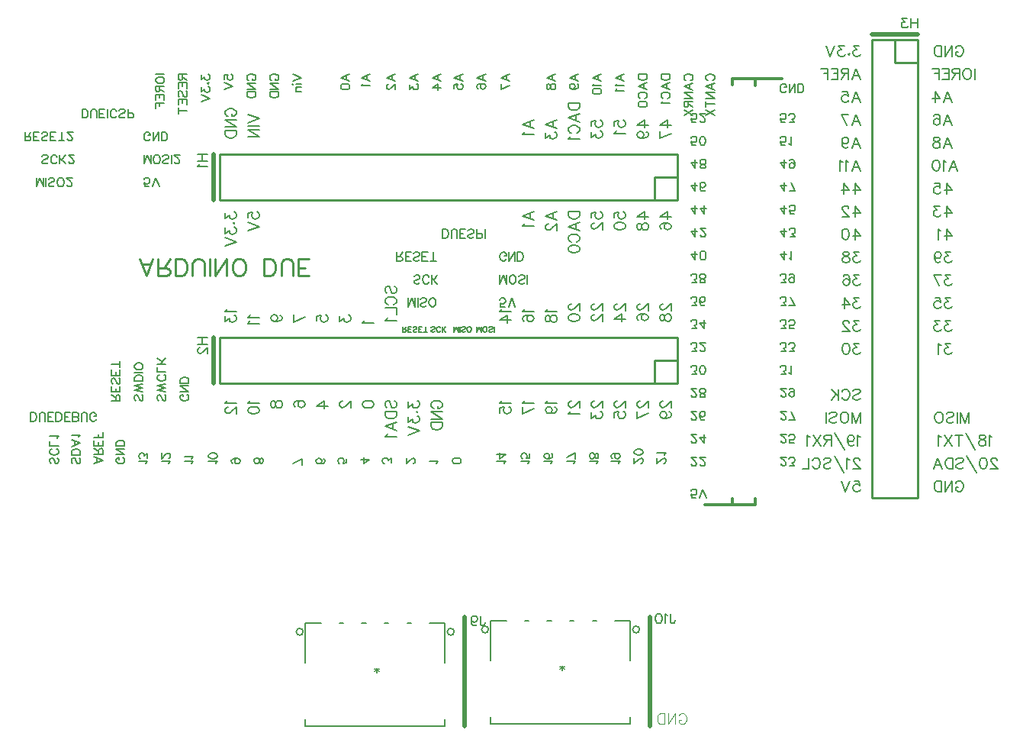
<source format=gbo>
G04 Layer: BottomSilkLayer*
G04 EasyEDA v6.4.17, 2021-03-06T12:48:26--8:00*
G04 ee12d80863e34575bd4b21ebeaabd800,b5aacd518854429a9b9924e8a25dcfd8,10*
G04 Gerber Generator version 0.2*
G04 Scale: 100 percent, Rotated: No, Reflected: No *
G04 Dimensions in inches *
G04 leading zeros omitted , absolute positions ,3 integer and 6 decimal *
%FSLAX36Y36*%
%MOIN*%

%ADD10C,0.0100*%
%ADD26C,0.0200*%
%ADD27C,0.0060*%
%ADD29C,0.0040*%
%ADD31C,0.0080*%
%ADD34C,0.0059*%
%ADD35C,0.0120*%

%LPD*%
D29*
X2905909Y-1950909D02*
G01*
X2908181Y-1946363D01*
X2912727Y-1941817D01*
X2917272Y-1939544D01*
X2926364Y-1939544D01*
X2930909Y-1941817D01*
X2935455Y-1946363D01*
X2937727Y-1950909D01*
X2940000Y-1957726D01*
X2940000Y-1969090D01*
X2937727Y-1975909D01*
X2935455Y-1980455D01*
X2930909Y-1985000D01*
X2926364Y-1987273D01*
X2917272Y-1987273D01*
X2912727Y-1985000D01*
X2908181Y-1980455D01*
X2905909Y-1975909D01*
X2905909Y-1969090D01*
X2917272Y-1969090D02*
G01*
X2905909Y-1969090D01*
X2890909Y-1939544D02*
G01*
X2890909Y-1987273D01*
X2890909Y-1939544D02*
G01*
X2859090Y-1987273D01*
X2859090Y-1939544D02*
G01*
X2859090Y-1987273D01*
X2844090Y-1939544D02*
G01*
X2844090Y-1987273D01*
X2844090Y-1939544D02*
G01*
X2828181Y-1939544D01*
X2821364Y-1941817D01*
X2816818Y-1946363D01*
X2814544Y-1950909D01*
X2812272Y-1957726D01*
X2812272Y-1969090D01*
X2814544Y-1975909D01*
X2816818Y-1980455D01*
X2821364Y-1985000D01*
X2828181Y-1987273D01*
X2844090Y-1987273D01*
D31*
X1024544Y675000D02*
G01*
X1072272Y656817D01*
X1024544Y638636D02*
G01*
X1072272Y656817D01*
X1024544Y623636D02*
G01*
X1072272Y623636D01*
X1024544Y608636D02*
G01*
X1072272Y608636D01*
X1024544Y608636D02*
G01*
X1072272Y576817D01*
X1024544Y576817D02*
G01*
X1072272Y576817D01*
X935909Y665909D02*
G01*
X931364Y668182D01*
X926818Y672726D01*
X924544Y677273D01*
X924544Y686363D01*
X926818Y690909D01*
X931364Y695455D01*
X935909Y697726D01*
X942727Y700000D01*
X954090Y700000D01*
X960909Y697726D01*
X965455Y695455D01*
X970000Y690909D01*
X972272Y686363D01*
X972272Y677273D01*
X970000Y672726D01*
X965455Y668182D01*
X960909Y665909D01*
X954090Y665909D01*
X954090Y677273D02*
G01*
X954090Y665909D01*
X924544Y650909D02*
G01*
X972272Y650909D01*
X924544Y650909D02*
G01*
X972272Y619090D01*
X924544Y619090D02*
G01*
X972272Y619090D01*
X924544Y604090D02*
G01*
X972272Y604090D01*
X924544Y604090D02*
G01*
X924544Y588182D01*
X926818Y581363D01*
X931364Y576817D01*
X935909Y574544D01*
X942727Y572273D01*
X954090Y572273D01*
X960909Y574544D01*
X965455Y576817D01*
X970000Y581363D01*
X972272Y588182D01*
X972272Y604090D01*
X924544Y245455D02*
G01*
X924544Y220455D01*
X942727Y234090D01*
X942727Y227273D01*
X945000Y222726D01*
X947272Y220455D01*
X954090Y218182D01*
X958635Y218182D01*
X965455Y220455D01*
X970000Y225000D01*
X972272Y231817D01*
X972272Y238636D01*
X970000Y245455D01*
X967727Y247726D01*
X963181Y250000D01*
X960909Y200909D02*
G01*
X963181Y203182D01*
X965455Y200909D01*
X963181Y198636D01*
X960909Y200909D01*
X924544Y179090D02*
G01*
X924544Y154090D01*
X942727Y167726D01*
X942727Y160909D01*
X945000Y156363D01*
X947272Y154090D01*
X954090Y151817D01*
X958635Y151817D01*
X965455Y154090D01*
X970000Y158636D01*
X972272Y165455D01*
X972272Y172273D01*
X970000Y179090D01*
X967727Y181363D01*
X963181Y183636D01*
X924544Y136817D02*
G01*
X972272Y118636D01*
X924544Y100455D02*
G01*
X972272Y118636D01*
X1024544Y222726D02*
G01*
X1024544Y245455D01*
X1045000Y247726D01*
X1042727Y245455D01*
X1040455Y238636D01*
X1040455Y231817D01*
X1042727Y225000D01*
X1047272Y220455D01*
X1054090Y218182D01*
X1058635Y218182D01*
X1065455Y220455D01*
X1070000Y225000D01*
X1072272Y231817D01*
X1072272Y238636D01*
X1070000Y245455D01*
X1067727Y247726D01*
X1063181Y250000D01*
X1024544Y203182D02*
G01*
X1072272Y185000D01*
X1024544Y166817D02*
G01*
X1072272Y185000D01*
X2424544Y725000D02*
G01*
X2472272Y725000D01*
X2424544Y725000D02*
G01*
X2424544Y709090D01*
X2426818Y702273D01*
X2431364Y697726D01*
X2435909Y695455D01*
X2442727Y693182D01*
X2454090Y693182D01*
X2460909Y695455D01*
X2465455Y697726D01*
X2470000Y702273D01*
X2472272Y709090D01*
X2472272Y725000D01*
X2424544Y660000D02*
G01*
X2472272Y678182D01*
X2424544Y660000D02*
G01*
X2472272Y641817D01*
X2456364Y671363D02*
G01*
X2456364Y648636D01*
X2435909Y592726D02*
G01*
X2431364Y595000D01*
X2426818Y599544D01*
X2424544Y604090D01*
X2424544Y613182D01*
X2426818Y617726D01*
X2431364Y622273D01*
X2435909Y624544D01*
X2442727Y626817D01*
X2454090Y626817D01*
X2460909Y624544D01*
X2465455Y622273D01*
X2470000Y617726D01*
X2472272Y613182D01*
X2472272Y604090D01*
X2470000Y599544D01*
X2465455Y595000D01*
X2460909Y592726D01*
X2433635Y577726D02*
G01*
X2431364Y573182D01*
X2424544Y566363D01*
X2472272Y566363D01*
X2424544Y250000D02*
G01*
X2472272Y250000D01*
X2424544Y250000D02*
G01*
X2424544Y234090D01*
X2426818Y227273D01*
X2431364Y222726D01*
X2435909Y220455D01*
X2442727Y218182D01*
X2454090Y218182D01*
X2460909Y220455D01*
X2465455Y222726D01*
X2470000Y227273D01*
X2472272Y234090D01*
X2472272Y250000D01*
X2424544Y185000D02*
G01*
X2472272Y203182D01*
X2424544Y185000D02*
G01*
X2472272Y166817D01*
X2456364Y196363D02*
G01*
X2456364Y173636D01*
X2435909Y117726D02*
G01*
X2431364Y120000D01*
X2426818Y124544D01*
X2424544Y129090D01*
X2424544Y138182D01*
X2426818Y142726D01*
X2431364Y147273D01*
X2435909Y149544D01*
X2442727Y151817D01*
X2454090Y151817D01*
X2460909Y149544D01*
X2465455Y147273D01*
X2470000Y142726D01*
X2472272Y138182D01*
X2472272Y129090D01*
X2470000Y124544D01*
X2465455Y120000D01*
X2460909Y117726D01*
X2424544Y89090D02*
G01*
X2426818Y95909D01*
X2433635Y100455D01*
X2445000Y102726D01*
X2451818Y102726D01*
X2463181Y100455D01*
X2470000Y95909D01*
X2472272Y89090D01*
X2472272Y84544D01*
X2470000Y77726D01*
X2463181Y73182D01*
X2451818Y70909D01*
X2445000Y70909D01*
X2433635Y73182D01*
X2426818Y77726D01*
X2424544Y84544D01*
X2424544Y89090D01*
X2224544Y631817D02*
G01*
X2272272Y650000D01*
X2224544Y631817D02*
G01*
X2272272Y613636D01*
X2256364Y643182D02*
G01*
X2256364Y620455D01*
X2233635Y598636D02*
G01*
X2231364Y594090D01*
X2224544Y587273D01*
X2272272Y587273D01*
X2324544Y631817D02*
G01*
X2372272Y650000D01*
X2324544Y631817D02*
G01*
X2372272Y613636D01*
X2356364Y643182D02*
G01*
X2356364Y620455D01*
X2324544Y594090D02*
G01*
X2324544Y569090D01*
X2342727Y582726D01*
X2342727Y575909D01*
X2345000Y571363D01*
X2347272Y569090D01*
X2354090Y566817D01*
X2358635Y566817D01*
X2365455Y569090D01*
X2370000Y573636D01*
X2372272Y580455D01*
X2372272Y587273D01*
X2370000Y594090D01*
X2367727Y596363D01*
X2363181Y598636D01*
X2224544Y231817D02*
G01*
X2272272Y250000D01*
X2224544Y231817D02*
G01*
X2272272Y213636D01*
X2256364Y243182D02*
G01*
X2256364Y220455D01*
X2233635Y198636D02*
G01*
X2231364Y194090D01*
X2224544Y187273D01*
X2272272Y187273D01*
X2324544Y231817D02*
G01*
X2372272Y250000D01*
X2324544Y231817D02*
G01*
X2372272Y213636D01*
X2356364Y243182D02*
G01*
X2356364Y220455D01*
X2335909Y196363D02*
G01*
X2333635Y196363D01*
X2329090Y194090D01*
X2326818Y191817D01*
X2324544Y187273D01*
X2324544Y178182D01*
X2326818Y173636D01*
X2329090Y171363D01*
X2333635Y169090D01*
X2338181Y169090D01*
X2342727Y171363D01*
X2349544Y175909D01*
X2372272Y198636D01*
X2372272Y166817D01*
X2524544Y622726D02*
G01*
X2524544Y645455D01*
X2545000Y647726D01*
X2542727Y645455D01*
X2540455Y638636D01*
X2540455Y631817D01*
X2542727Y625000D01*
X2547272Y620455D01*
X2554090Y618182D01*
X2558635Y618182D01*
X2565455Y620455D01*
X2570000Y625000D01*
X2572272Y631817D01*
X2572272Y638636D01*
X2570000Y645455D01*
X2567727Y647726D01*
X2563181Y650000D01*
X2524544Y598636D02*
G01*
X2524544Y573636D01*
X2542727Y587273D01*
X2542727Y580455D01*
X2545000Y575909D01*
X2547272Y573636D01*
X2554090Y571363D01*
X2558635Y571363D01*
X2565455Y573636D01*
X2570000Y578182D01*
X2572272Y585000D01*
X2572272Y591817D01*
X2570000Y598636D01*
X2567727Y600909D01*
X2563181Y603182D01*
X2624544Y622726D02*
G01*
X2624544Y645455D01*
X2645000Y647726D01*
X2642727Y645455D01*
X2640455Y638636D01*
X2640455Y631817D01*
X2642727Y625000D01*
X2647272Y620455D01*
X2654090Y618182D01*
X2658635Y618182D01*
X2665455Y620455D01*
X2670000Y625000D01*
X2672272Y631817D01*
X2672272Y638636D01*
X2670000Y645455D01*
X2667727Y647726D01*
X2663181Y650000D01*
X2633635Y603182D02*
G01*
X2631364Y598636D01*
X2624544Y591817D01*
X2672272Y591817D01*
X2724544Y627273D02*
G01*
X2756364Y650000D01*
X2756364Y615909D01*
X2724544Y627273D02*
G01*
X2772272Y627273D01*
X2740455Y571363D02*
G01*
X2747272Y573636D01*
X2751818Y578182D01*
X2754090Y585000D01*
X2754090Y587273D01*
X2751818Y594090D01*
X2747272Y598636D01*
X2740455Y600909D01*
X2738181Y600909D01*
X2731364Y598636D01*
X2726818Y594090D01*
X2724544Y587273D01*
X2724544Y585000D01*
X2726818Y578182D01*
X2731364Y573636D01*
X2740455Y571363D01*
X2751818Y571363D01*
X2763181Y573636D01*
X2770000Y578182D01*
X2772272Y585000D01*
X2772272Y589544D01*
X2770000Y596363D01*
X2765455Y598636D01*
X2824544Y627273D02*
G01*
X2856364Y650000D01*
X2856364Y615909D01*
X2824544Y627273D02*
G01*
X2872272Y627273D01*
X2824544Y569090D02*
G01*
X2872272Y591817D01*
X2824544Y600909D02*
G01*
X2824544Y569090D01*
X2524544Y222726D02*
G01*
X2524544Y245455D01*
X2545000Y247726D01*
X2542727Y245455D01*
X2540455Y238636D01*
X2540455Y231817D01*
X2542727Y225000D01*
X2547272Y220455D01*
X2554090Y218182D01*
X2558635Y218182D01*
X2565455Y220455D01*
X2570000Y225000D01*
X2572272Y231817D01*
X2572272Y238636D01*
X2570000Y245455D01*
X2567727Y247726D01*
X2563181Y250000D01*
X2535909Y200909D02*
G01*
X2533635Y200909D01*
X2529090Y198636D01*
X2526818Y196363D01*
X2524544Y191817D01*
X2524544Y182726D01*
X2526818Y178182D01*
X2529090Y175909D01*
X2533635Y173636D01*
X2538181Y173636D01*
X2542727Y175909D01*
X2549544Y180455D01*
X2572272Y203182D01*
X2572272Y171363D01*
X2624544Y222726D02*
G01*
X2624544Y245455D01*
X2645000Y247726D01*
X2642727Y245455D01*
X2640455Y238636D01*
X2640455Y231817D01*
X2642727Y225000D01*
X2647272Y220455D01*
X2654090Y218182D01*
X2658635Y218182D01*
X2665455Y220455D01*
X2670000Y225000D01*
X2672272Y231817D01*
X2672272Y238636D01*
X2670000Y245455D01*
X2667727Y247726D01*
X2663181Y250000D01*
X2624544Y189544D02*
G01*
X2626818Y196363D01*
X2633635Y200909D01*
X2645000Y203182D01*
X2651818Y203182D01*
X2663181Y200909D01*
X2670000Y196363D01*
X2672272Y189544D01*
X2672272Y185000D01*
X2670000Y178182D01*
X2663181Y173636D01*
X2651818Y171363D01*
X2645000Y171363D01*
X2633635Y173636D01*
X2626818Y178182D01*
X2624544Y185000D01*
X2624544Y189544D01*
X2724544Y227273D02*
G01*
X2756364Y250000D01*
X2756364Y215909D01*
X2724544Y227273D02*
G01*
X2772272Y227273D01*
X2724544Y189544D02*
G01*
X2726818Y196363D01*
X2731364Y198636D01*
X2735909Y198636D01*
X2740455Y196363D01*
X2742727Y191817D01*
X2745000Y182726D01*
X2747272Y175909D01*
X2751818Y171363D01*
X2756364Y169090D01*
X2763181Y169090D01*
X2767727Y171363D01*
X2770000Y173636D01*
X2772272Y180455D01*
X2772272Y189544D01*
X2770000Y196363D01*
X2767727Y198636D01*
X2763181Y200909D01*
X2756364Y200909D01*
X2751818Y198636D01*
X2747272Y194090D01*
X2745000Y187273D01*
X2742727Y178182D01*
X2740455Y173636D01*
X2735909Y171363D01*
X2731364Y171363D01*
X2726818Y173636D01*
X2724544Y180455D01*
X2724544Y189544D01*
X2824544Y227273D02*
G01*
X2856364Y250000D01*
X2856364Y215909D01*
X2824544Y227273D02*
G01*
X2872272Y227273D01*
X2831364Y173636D02*
G01*
X2826818Y175909D01*
X2824544Y182726D01*
X2824544Y187273D01*
X2826818Y194090D01*
X2833635Y198636D01*
X2845000Y200909D01*
X2856364Y200909D01*
X2865455Y198636D01*
X2870000Y194090D01*
X2872272Y187273D01*
X2872272Y185000D01*
X2870000Y178182D01*
X2865455Y173636D01*
X2858635Y171363D01*
X2856364Y171363D01*
X2849544Y173636D01*
X2845000Y178182D01*
X2842727Y185000D01*
X2842727Y187273D01*
X2845000Y194090D01*
X2849544Y198636D01*
X2856364Y200909D01*
X2835909Y-152273D02*
G01*
X2833635Y-152273D01*
X2829090Y-154544D01*
X2826818Y-156817D01*
X2824544Y-161363D01*
X2824544Y-170455D01*
X2826818Y-175000D01*
X2829090Y-177273D01*
X2833635Y-179544D01*
X2838181Y-179544D01*
X2842727Y-177273D01*
X2849544Y-172726D01*
X2872272Y-150000D01*
X2872272Y-181817D01*
X2824544Y-208182D02*
G01*
X2826818Y-201363D01*
X2831364Y-199090D01*
X2835909Y-199090D01*
X2840455Y-201363D01*
X2842727Y-205909D01*
X2845000Y-215000D01*
X2847272Y-221817D01*
X2851818Y-226363D01*
X2856364Y-228636D01*
X2863181Y-228636D01*
X2867727Y-226363D01*
X2870000Y-224090D01*
X2872272Y-217273D01*
X2872272Y-208182D01*
X2870000Y-201363D01*
X2867727Y-199090D01*
X2863181Y-196817D01*
X2856364Y-196817D01*
X2851818Y-199090D01*
X2847272Y-203636D01*
X2845000Y-210455D01*
X2842727Y-219544D01*
X2840455Y-224090D01*
X2835909Y-226363D01*
X2831364Y-226363D01*
X2826818Y-224090D01*
X2824544Y-217273D01*
X2824544Y-208182D01*
X2735909Y-152273D02*
G01*
X2733635Y-152273D01*
X2729090Y-154544D01*
X2726818Y-156817D01*
X2724544Y-161363D01*
X2724544Y-170455D01*
X2726818Y-175000D01*
X2729090Y-177273D01*
X2733635Y-179544D01*
X2738181Y-179544D01*
X2742727Y-177273D01*
X2749544Y-172726D01*
X2772272Y-150000D01*
X2772272Y-181817D01*
X2731364Y-224090D02*
G01*
X2726818Y-221817D01*
X2724544Y-215000D01*
X2724544Y-210455D01*
X2726818Y-203636D01*
X2733635Y-199090D01*
X2745000Y-196817D01*
X2756364Y-196817D01*
X2765455Y-199090D01*
X2770000Y-203636D01*
X2772272Y-210455D01*
X2772272Y-212726D01*
X2770000Y-219544D01*
X2765455Y-224090D01*
X2758635Y-226363D01*
X2756364Y-226363D01*
X2749544Y-224090D01*
X2745000Y-219544D01*
X2742727Y-212726D01*
X2742727Y-210455D01*
X2745000Y-203636D01*
X2749544Y-199090D01*
X2756364Y-196817D01*
X2635909Y-152273D02*
G01*
X2633635Y-152273D01*
X2629090Y-154544D01*
X2626818Y-156817D01*
X2624544Y-161363D01*
X2624544Y-170455D01*
X2626818Y-175000D01*
X2629090Y-177273D01*
X2633635Y-179544D01*
X2638181Y-179544D01*
X2642727Y-177273D01*
X2649544Y-172726D01*
X2672272Y-150000D01*
X2672272Y-181817D01*
X2624544Y-219544D02*
G01*
X2656364Y-196817D01*
X2656364Y-230909D01*
X2624544Y-219544D02*
G01*
X2672272Y-219544D01*
X2535909Y-152273D02*
G01*
X2533635Y-152273D01*
X2529090Y-154544D01*
X2526818Y-156817D01*
X2524544Y-161363D01*
X2524544Y-170455D01*
X2526818Y-175000D01*
X2529090Y-177273D01*
X2533635Y-179544D01*
X2538181Y-179544D01*
X2542727Y-177273D01*
X2549544Y-172726D01*
X2572272Y-150000D01*
X2572272Y-181817D01*
X2535909Y-199090D02*
G01*
X2533635Y-199090D01*
X2529090Y-201363D01*
X2526818Y-203636D01*
X2524544Y-208182D01*
X2524544Y-217273D01*
X2526818Y-221817D01*
X2529090Y-224090D01*
X2533635Y-226363D01*
X2538181Y-226363D01*
X2542727Y-224090D01*
X2549544Y-219544D01*
X2572272Y-196817D01*
X2572272Y-228636D01*
X2435909Y-152273D02*
G01*
X2433635Y-152273D01*
X2429090Y-154544D01*
X2426818Y-156817D01*
X2424544Y-161363D01*
X2424544Y-170455D01*
X2426818Y-175000D01*
X2429090Y-177273D01*
X2433635Y-179544D01*
X2438181Y-179544D01*
X2442727Y-177273D01*
X2449544Y-172726D01*
X2472272Y-150000D01*
X2472272Y-181817D01*
X2424544Y-210455D02*
G01*
X2426818Y-203636D01*
X2433635Y-199090D01*
X2445000Y-196817D01*
X2451818Y-196817D01*
X2463181Y-199090D01*
X2470000Y-203636D01*
X2472272Y-210455D01*
X2472272Y-215000D01*
X2470000Y-221817D01*
X2463181Y-226363D01*
X2451818Y-228636D01*
X2445000Y-228636D01*
X2433635Y-226363D01*
X2426818Y-221817D01*
X2424544Y-215000D01*
X2424544Y-210455D01*
X2333635Y-175000D02*
G01*
X2331364Y-179544D01*
X2324544Y-186363D01*
X2372272Y-186363D01*
X2324544Y-212726D02*
G01*
X2326818Y-205909D01*
X2331364Y-203636D01*
X2335909Y-203636D01*
X2340455Y-205909D01*
X2342727Y-210455D01*
X2345000Y-219544D01*
X2347272Y-226363D01*
X2351818Y-230909D01*
X2356364Y-233182D01*
X2363181Y-233182D01*
X2367727Y-230909D01*
X2370000Y-228636D01*
X2372272Y-221817D01*
X2372272Y-212726D01*
X2370000Y-205909D01*
X2367727Y-203636D01*
X2363181Y-201363D01*
X2356364Y-201363D01*
X2351818Y-203636D01*
X2347272Y-208182D01*
X2345000Y-215000D01*
X2342727Y-224090D01*
X2340455Y-228636D01*
X2335909Y-230909D01*
X2331364Y-230909D01*
X2326818Y-228636D01*
X2324544Y-221817D01*
X2324544Y-212726D01*
X2233635Y-175000D02*
G01*
X2231364Y-179544D01*
X2224544Y-186363D01*
X2272272Y-186363D01*
X2231364Y-228636D02*
G01*
X2226818Y-226363D01*
X2224544Y-219544D01*
X2224544Y-215000D01*
X2226818Y-208182D01*
X2233635Y-203636D01*
X2245000Y-201363D01*
X2256364Y-201363D01*
X2265455Y-203636D01*
X2270000Y-208182D01*
X2272272Y-215000D01*
X2272272Y-217273D01*
X2270000Y-224090D01*
X2265455Y-228636D01*
X2258635Y-230909D01*
X2256364Y-230909D01*
X2249544Y-228636D01*
X2245000Y-224090D01*
X2242727Y-217273D01*
X2242727Y-215000D01*
X2245000Y-208182D01*
X2249544Y-203636D01*
X2256364Y-201363D01*
X2835909Y-577273D02*
G01*
X2833635Y-577273D01*
X2829090Y-579544D01*
X2826818Y-581817D01*
X2824544Y-586363D01*
X2824544Y-595455D01*
X2826818Y-600000D01*
X2829090Y-602273D01*
X2833635Y-604544D01*
X2838181Y-604544D01*
X2842727Y-602273D01*
X2849544Y-597726D01*
X2872272Y-575000D01*
X2872272Y-606817D01*
X2840455Y-651363D02*
G01*
X2847272Y-649090D01*
X2851818Y-644544D01*
X2854090Y-637726D01*
X2854090Y-635455D01*
X2851818Y-628636D01*
X2847272Y-624090D01*
X2840455Y-621817D01*
X2838181Y-621817D01*
X2831364Y-624090D01*
X2826818Y-628636D01*
X2824544Y-635455D01*
X2824544Y-637726D01*
X2826818Y-644544D01*
X2831364Y-649090D01*
X2840455Y-651363D01*
X2851818Y-651363D01*
X2863181Y-649090D01*
X2870000Y-644544D01*
X2872272Y-637726D01*
X2872272Y-633182D01*
X2870000Y-626363D01*
X2865455Y-624090D01*
X2735909Y-577273D02*
G01*
X2733635Y-577273D01*
X2729090Y-579544D01*
X2726818Y-581817D01*
X2724544Y-586363D01*
X2724544Y-595455D01*
X2726818Y-600000D01*
X2729090Y-602273D01*
X2733635Y-604544D01*
X2738181Y-604544D01*
X2742727Y-602273D01*
X2749544Y-597726D01*
X2772272Y-575000D01*
X2772272Y-606817D01*
X2724544Y-653636D02*
G01*
X2772272Y-630909D01*
X2724544Y-621817D02*
G01*
X2724544Y-653636D01*
X2635909Y-577273D02*
G01*
X2633635Y-577273D01*
X2629090Y-579544D01*
X2626818Y-581817D01*
X2624544Y-586363D01*
X2624544Y-595455D01*
X2626818Y-600000D01*
X2629090Y-602273D01*
X2633635Y-604544D01*
X2638181Y-604544D01*
X2642727Y-602273D01*
X2649544Y-597726D01*
X2672272Y-575000D01*
X2672272Y-606817D01*
X2624544Y-649090D02*
G01*
X2624544Y-626363D01*
X2645000Y-624090D01*
X2642727Y-626363D01*
X2640455Y-633182D01*
X2640455Y-640000D01*
X2642727Y-646817D01*
X2647272Y-651363D01*
X2654090Y-653636D01*
X2658635Y-653636D01*
X2665455Y-651363D01*
X2670000Y-646817D01*
X2672272Y-640000D01*
X2672272Y-633182D01*
X2670000Y-626363D01*
X2667727Y-624090D01*
X2663181Y-621817D01*
X2535909Y-577273D02*
G01*
X2533635Y-577273D01*
X2529090Y-579544D01*
X2526818Y-581817D01*
X2524544Y-586363D01*
X2524544Y-595455D01*
X2526818Y-600000D01*
X2529090Y-602273D01*
X2533635Y-604544D01*
X2538181Y-604544D01*
X2542727Y-602273D01*
X2549544Y-597726D01*
X2572272Y-575000D01*
X2572272Y-606817D01*
X2524544Y-626363D02*
G01*
X2524544Y-651363D01*
X2542727Y-637726D01*
X2542727Y-644544D01*
X2545000Y-649090D01*
X2547272Y-651363D01*
X2554090Y-653636D01*
X2558635Y-653636D01*
X2565455Y-651363D01*
X2570000Y-646817D01*
X2572272Y-640000D01*
X2572272Y-633182D01*
X2570000Y-626363D01*
X2567727Y-624090D01*
X2563181Y-621817D01*
X2435909Y-577273D02*
G01*
X2433635Y-577273D01*
X2429090Y-579544D01*
X2426818Y-581817D01*
X2424544Y-586363D01*
X2424544Y-595455D01*
X2426818Y-600000D01*
X2429090Y-602273D01*
X2433635Y-604544D01*
X2438181Y-604544D01*
X2442727Y-602273D01*
X2449544Y-597726D01*
X2472272Y-575000D01*
X2472272Y-606817D01*
X2433635Y-621817D02*
G01*
X2431364Y-626363D01*
X2424544Y-633182D01*
X2472272Y-633182D01*
X2333635Y-575000D02*
G01*
X2331364Y-579544D01*
X2324544Y-586363D01*
X2372272Y-586363D01*
X2340455Y-630909D02*
G01*
X2347272Y-628636D01*
X2351818Y-624090D01*
X2354090Y-617273D01*
X2354090Y-615000D01*
X2351818Y-608182D01*
X2347272Y-603636D01*
X2340455Y-601363D01*
X2338181Y-601363D01*
X2331364Y-603636D01*
X2326818Y-608182D01*
X2324544Y-615000D01*
X2324544Y-617273D01*
X2326818Y-624090D01*
X2331364Y-628636D01*
X2340455Y-630909D01*
X2351818Y-630909D01*
X2363181Y-628636D01*
X2370000Y-624090D01*
X2372272Y-617273D01*
X2372272Y-612726D01*
X2370000Y-605909D01*
X2365455Y-603636D01*
X2233635Y-575000D02*
G01*
X2231364Y-579544D01*
X2224544Y-586363D01*
X2272272Y-586363D01*
X2224544Y-633182D02*
G01*
X2272272Y-610455D01*
X2224544Y-601363D02*
G01*
X2224544Y-633182D01*
X2133635Y-575000D02*
G01*
X2131364Y-579544D01*
X2124544Y-586363D01*
X2172272Y-586363D01*
X2124544Y-628636D02*
G01*
X2124544Y-605909D01*
X2145000Y-603636D01*
X2142727Y-605909D01*
X2140455Y-612726D01*
X2140455Y-619544D01*
X2142727Y-626363D01*
X2147272Y-630909D01*
X2154090Y-633182D01*
X2158635Y-633182D01*
X2165455Y-630909D01*
X2170000Y-626363D01*
X2172272Y-619544D01*
X2172272Y-612726D01*
X2170000Y-605909D01*
X2167727Y-603636D01*
X2163181Y-601363D01*
X1835909Y-609090D02*
G01*
X1831364Y-606817D01*
X1826818Y-602273D01*
X1824544Y-597726D01*
X1824544Y-588636D01*
X1826818Y-584090D01*
X1831364Y-579544D01*
X1835909Y-577273D01*
X1842727Y-575000D01*
X1854090Y-575000D01*
X1860909Y-577273D01*
X1865455Y-579544D01*
X1870000Y-584090D01*
X1872272Y-588636D01*
X1872272Y-597726D01*
X1870000Y-602273D01*
X1865455Y-606817D01*
X1860909Y-609090D01*
X1854090Y-609090D01*
X1854090Y-597726D02*
G01*
X1854090Y-609090D01*
X1824544Y-624090D02*
G01*
X1872272Y-624090D01*
X1824544Y-624090D02*
G01*
X1872272Y-655909D01*
X1824544Y-655909D02*
G01*
X1872272Y-655909D01*
X1824544Y-670909D02*
G01*
X1872272Y-670909D01*
X1824544Y-670909D02*
G01*
X1824544Y-686817D01*
X1826818Y-693636D01*
X1831364Y-698182D01*
X1835909Y-700455D01*
X1842727Y-702726D01*
X1854090Y-702726D01*
X1860909Y-700455D01*
X1865455Y-698182D01*
X1870000Y-693636D01*
X1872272Y-686817D01*
X1872272Y-670909D01*
X1724544Y-579544D02*
G01*
X1724544Y-604544D01*
X1742727Y-590909D01*
X1742727Y-597726D01*
X1745000Y-602273D01*
X1747272Y-604544D01*
X1754090Y-606817D01*
X1758635Y-606817D01*
X1765455Y-604544D01*
X1770000Y-600000D01*
X1772272Y-593182D01*
X1772272Y-586363D01*
X1770000Y-579544D01*
X1767727Y-577273D01*
X1763181Y-575000D01*
X1760909Y-624090D02*
G01*
X1763181Y-621817D01*
X1765455Y-624090D01*
X1763181Y-626363D01*
X1760909Y-624090D01*
X1724544Y-645909D02*
G01*
X1724544Y-670909D01*
X1742727Y-657273D01*
X1742727Y-664090D01*
X1745000Y-668636D01*
X1747272Y-670909D01*
X1754090Y-673182D01*
X1758635Y-673182D01*
X1765455Y-670909D01*
X1770000Y-666363D01*
X1772272Y-659544D01*
X1772272Y-652726D01*
X1770000Y-645909D01*
X1767727Y-643636D01*
X1763181Y-641363D01*
X1724544Y-688182D02*
G01*
X1772272Y-706363D01*
X1724544Y-724544D02*
G01*
X1772272Y-706363D01*
X1631364Y-606817D02*
G01*
X1626818Y-602273D01*
X1624544Y-595455D01*
X1624544Y-586363D01*
X1626818Y-579544D01*
X1631364Y-575000D01*
X1635909Y-575000D01*
X1640455Y-577273D01*
X1642727Y-579544D01*
X1645000Y-584090D01*
X1649544Y-597726D01*
X1651818Y-602273D01*
X1654090Y-604544D01*
X1658635Y-606817D01*
X1665455Y-606817D01*
X1670000Y-602273D01*
X1672272Y-595455D01*
X1672272Y-586363D01*
X1670000Y-579544D01*
X1665455Y-575000D01*
X1624544Y-621817D02*
G01*
X1672272Y-621817D01*
X1624544Y-621817D02*
G01*
X1624544Y-637726D01*
X1626818Y-644544D01*
X1631364Y-649090D01*
X1635909Y-651363D01*
X1642727Y-653636D01*
X1654090Y-653636D01*
X1660909Y-651363D01*
X1665455Y-649090D01*
X1670000Y-644544D01*
X1672272Y-637726D01*
X1672272Y-621817D01*
X1624544Y-686817D02*
G01*
X1672272Y-668636D01*
X1624544Y-686817D02*
G01*
X1672272Y-705000D01*
X1656364Y-675455D02*
G01*
X1656364Y-698182D01*
X1633635Y-720000D02*
G01*
X1631364Y-724544D01*
X1624544Y-731363D01*
X1672272Y-731363D01*
X1524544Y-588636D02*
G01*
X1526818Y-581817D01*
X1533635Y-577273D01*
X1545000Y-575000D01*
X1551818Y-575000D01*
X1563181Y-577273D01*
X1570000Y-581817D01*
X1572272Y-588636D01*
X1572272Y-593182D01*
X1570000Y-600000D01*
X1563181Y-604544D01*
X1551818Y-606817D01*
X1545000Y-606817D01*
X1533635Y-604544D01*
X1526818Y-600000D01*
X1524544Y-593182D01*
X1524544Y-588636D01*
X1435909Y-577273D02*
G01*
X1433635Y-577273D01*
X1429090Y-579544D01*
X1426818Y-581817D01*
X1424544Y-586363D01*
X1424544Y-595455D01*
X1426818Y-600000D01*
X1429090Y-602273D01*
X1433635Y-604544D01*
X1438181Y-604544D01*
X1442727Y-602273D01*
X1449544Y-597726D01*
X1472272Y-575000D01*
X1472272Y-606817D01*
X1324544Y-597726D02*
G01*
X1356364Y-575000D01*
X1356364Y-609090D01*
X1324544Y-597726D02*
G01*
X1372272Y-597726D01*
X1231364Y-602273D02*
G01*
X1226818Y-600000D01*
X1224544Y-593182D01*
X1224544Y-588636D01*
X1226818Y-581817D01*
X1233635Y-577273D01*
X1245000Y-575000D01*
X1256364Y-575000D01*
X1265455Y-577273D01*
X1270000Y-581817D01*
X1272272Y-588636D01*
X1272272Y-590909D01*
X1270000Y-597726D01*
X1265455Y-602273D01*
X1258635Y-604544D01*
X1256364Y-604544D01*
X1249544Y-602273D01*
X1245000Y-597726D01*
X1242727Y-590909D01*
X1242727Y-588636D01*
X1245000Y-581817D01*
X1249544Y-577273D01*
X1256364Y-575000D01*
X1124544Y-586363D02*
G01*
X1126818Y-579544D01*
X1131364Y-577273D01*
X1135909Y-577273D01*
X1140455Y-579544D01*
X1142727Y-584090D01*
X1145000Y-593182D01*
X1147272Y-600000D01*
X1151818Y-604544D01*
X1156364Y-606817D01*
X1163181Y-606817D01*
X1167727Y-604544D01*
X1170000Y-602273D01*
X1172272Y-595455D01*
X1172272Y-586363D01*
X1170000Y-579544D01*
X1167727Y-577273D01*
X1163181Y-575000D01*
X1156364Y-575000D01*
X1151818Y-577273D01*
X1147272Y-581817D01*
X1145000Y-588636D01*
X1142727Y-597726D01*
X1140455Y-602273D01*
X1135909Y-604544D01*
X1131364Y-604544D01*
X1126818Y-602273D01*
X1124544Y-595455D01*
X1124544Y-586363D01*
X1033635Y-575000D02*
G01*
X1031364Y-579544D01*
X1024544Y-586363D01*
X1072272Y-586363D01*
X1024544Y-615000D02*
G01*
X1026818Y-608182D01*
X1033635Y-603636D01*
X1045000Y-601363D01*
X1051818Y-601363D01*
X1063181Y-603636D01*
X1070000Y-608182D01*
X1072272Y-615000D01*
X1072272Y-619544D01*
X1070000Y-626363D01*
X1063181Y-630909D01*
X1051818Y-633182D01*
X1045000Y-633182D01*
X1033635Y-630909D01*
X1026818Y-626363D01*
X1024544Y-619544D01*
X1024544Y-615000D01*
X933635Y-575000D02*
G01*
X931364Y-579544D01*
X924544Y-586363D01*
X972272Y-586363D01*
X935909Y-603636D02*
G01*
X933635Y-603636D01*
X929090Y-605909D01*
X926818Y-608182D01*
X924544Y-612726D01*
X924544Y-621817D01*
X926818Y-626363D01*
X929090Y-628636D01*
X933635Y-630909D01*
X938181Y-630909D01*
X942727Y-628636D01*
X949544Y-624090D01*
X972272Y-601363D01*
X972272Y-633182D01*
X933635Y-175000D02*
G01*
X931364Y-179544D01*
X924544Y-186363D01*
X972272Y-186363D01*
X924544Y-205909D02*
G01*
X924544Y-230909D01*
X942727Y-217273D01*
X942727Y-224090D01*
X945000Y-228636D01*
X947272Y-230909D01*
X954090Y-233182D01*
X958635Y-233182D01*
X965455Y-230909D01*
X970000Y-226363D01*
X972272Y-219544D01*
X972272Y-212726D01*
X970000Y-205909D01*
X967727Y-203636D01*
X963181Y-201363D01*
X1033635Y-200000D02*
G01*
X1031364Y-204544D01*
X1024544Y-211363D01*
X1072272Y-211363D01*
X1033635Y-226363D02*
G01*
X1031364Y-230909D01*
X1024544Y-237726D01*
X1072272Y-237726D01*
X1140455Y-229544D02*
G01*
X1147272Y-227273D01*
X1151818Y-222726D01*
X1154090Y-215909D01*
X1154090Y-213636D01*
X1151818Y-206817D01*
X1147272Y-202273D01*
X1140455Y-200000D01*
X1138181Y-200000D01*
X1131364Y-202273D01*
X1126818Y-206817D01*
X1124544Y-213636D01*
X1124544Y-215909D01*
X1126818Y-222726D01*
X1131364Y-227273D01*
X1140455Y-229544D01*
X1151818Y-229544D01*
X1163181Y-227273D01*
X1170000Y-222726D01*
X1172272Y-215909D01*
X1172272Y-211363D01*
X1170000Y-204544D01*
X1165455Y-202273D01*
X1224544Y-231817D02*
G01*
X1272272Y-209090D01*
X1224544Y-200000D02*
G01*
X1224544Y-231817D01*
X1324544Y-227273D02*
G01*
X1324544Y-204544D01*
X1345000Y-202273D01*
X1342727Y-204544D01*
X1340455Y-211363D01*
X1340455Y-218182D01*
X1342727Y-225000D01*
X1347272Y-229544D01*
X1354090Y-231817D01*
X1358635Y-231817D01*
X1365455Y-229544D01*
X1370000Y-225000D01*
X1372272Y-218182D01*
X1372272Y-211363D01*
X1370000Y-204544D01*
X1367727Y-202273D01*
X1363181Y-200000D01*
X1424544Y-204544D02*
G01*
X1424544Y-229544D01*
X1442727Y-215909D01*
X1442727Y-222726D01*
X1445000Y-227273D01*
X1447272Y-229544D01*
X1454090Y-231817D01*
X1458635Y-231817D01*
X1465455Y-229544D01*
X1470000Y-225000D01*
X1472272Y-218182D01*
X1472272Y-211363D01*
X1470000Y-204544D01*
X1467727Y-202273D01*
X1463181Y-200000D01*
X1533635Y-225000D02*
G01*
X1531364Y-229544D01*
X1524544Y-236363D01*
X1572272Y-236363D01*
X1631364Y-106817D02*
G01*
X1626818Y-102273D01*
X1624544Y-95455D01*
X1624544Y-86363D01*
X1626818Y-79544D01*
X1631364Y-75000D01*
X1635909Y-75000D01*
X1640455Y-77273D01*
X1642727Y-79544D01*
X1645000Y-84090D01*
X1649544Y-97726D01*
X1651818Y-102273D01*
X1654090Y-104544D01*
X1658635Y-106817D01*
X1665455Y-106817D01*
X1670000Y-102273D01*
X1672272Y-95455D01*
X1672272Y-86363D01*
X1670000Y-79544D01*
X1665455Y-75000D01*
X1635909Y-155909D02*
G01*
X1631364Y-153636D01*
X1626818Y-149090D01*
X1624544Y-144544D01*
X1624544Y-135455D01*
X1626818Y-130909D01*
X1631364Y-126363D01*
X1635909Y-124090D01*
X1642727Y-121817D01*
X1654090Y-121817D01*
X1660909Y-124090D01*
X1665455Y-126363D01*
X1670000Y-130909D01*
X1672272Y-135455D01*
X1672272Y-144544D01*
X1670000Y-149090D01*
X1665455Y-153636D01*
X1660909Y-155909D01*
X1624544Y-170909D02*
G01*
X1672272Y-170909D01*
X1672272Y-170909D02*
G01*
X1672272Y-198182D01*
X1633635Y-213182D02*
G01*
X1631364Y-217726D01*
X1624544Y-224544D01*
X1672272Y-224544D01*
X1840909Y-271817D02*
G01*
X1838635Y-274090D01*
X1835227Y-275226D01*
X1830681Y-275226D01*
X1827272Y-274090D01*
X1825000Y-271817D01*
X1825000Y-269544D01*
X1826135Y-267273D01*
X1827272Y-266136D01*
X1829544Y-265000D01*
X1836364Y-262726D01*
X1838635Y-261590D01*
X1839772Y-260455D01*
X1840909Y-258182D01*
X1840909Y-254773D01*
X1838635Y-252500D01*
X1835227Y-251363D01*
X1830681Y-251363D01*
X1827272Y-252500D01*
X1825000Y-254773D01*
X1865455Y-269544D02*
G01*
X1864318Y-271817D01*
X1862044Y-274090D01*
X1859772Y-275226D01*
X1855227Y-275226D01*
X1852955Y-274090D01*
X1850681Y-271817D01*
X1849544Y-269544D01*
X1848409Y-266136D01*
X1848409Y-260455D01*
X1849544Y-257044D01*
X1850681Y-254773D01*
X1852955Y-252500D01*
X1855227Y-251363D01*
X1859772Y-251363D01*
X1862044Y-252500D01*
X1864318Y-254773D01*
X1865455Y-257044D01*
X1872955Y-275226D02*
G01*
X1872955Y-251363D01*
X1888864Y-275226D02*
G01*
X1872955Y-259317D01*
X1878635Y-265000D02*
G01*
X1888864Y-251363D01*
X1925000Y-275226D02*
G01*
X1925000Y-251363D01*
X1925000Y-275226D02*
G01*
X1934090Y-251363D01*
X1943181Y-275226D02*
G01*
X1934090Y-251363D01*
X1943181Y-275226D02*
G01*
X1943181Y-251363D01*
X1950681Y-275226D02*
G01*
X1950681Y-251363D01*
X1974090Y-271817D02*
G01*
X1971818Y-274090D01*
X1968409Y-275226D01*
X1963864Y-275226D01*
X1960455Y-274090D01*
X1958181Y-271817D01*
X1958181Y-269544D01*
X1959318Y-267273D01*
X1960455Y-266136D01*
X1962727Y-265000D01*
X1969544Y-262726D01*
X1971818Y-261590D01*
X1972955Y-260455D01*
X1974090Y-258182D01*
X1974090Y-254773D01*
X1971818Y-252500D01*
X1968409Y-251363D01*
X1963864Y-251363D01*
X1960455Y-252500D01*
X1958181Y-254773D01*
X1988409Y-275226D02*
G01*
X1986135Y-274090D01*
X1983864Y-271817D01*
X1982727Y-269544D01*
X1981590Y-266136D01*
X1981590Y-260455D01*
X1982727Y-257044D01*
X1983864Y-254773D01*
X1986135Y-252500D01*
X1988409Y-251363D01*
X1992955Y-251363D01*
X1995227Y-252500D01*
X1997500Y-254773D01*
X1998635Y-257044D01*
X1999772Y-260455D01*
X1999772Y-266136D01*
X1998635Y-269544D01*
X1997500Y-271817D01*
X1995227Y-274090D01*
X1992955Y-275226D01*
X1988409Y-275226D01*
X2025000Y-275226D02*
G01*
X2025000Y-251363D01*
X2025000Y-275226D02*
G01*
X2034090Y-251363D01*
X2043181Y-275226D02*
G01*
X2034090Y-251363D01*
X2043181Y-275226D02*
G01*
X2043181Y-251363D01*
X2057500Y-275226D02*
G01*
X2055227Y-274090D01*
X2052955Y-271817D01*
X2051818Y-269544D01*
X2050681Y-266136D01*
X2050681Y-260455D01*
X2051818Y-257044D01*
X2052955Y-254773D01*
X2055227Y-252500D01*
X2057500Y-251363D01*
X2062044Y-251363D01*
X2064318Y-252500D01*
X2066590Y-254773D01*
X2067727Y-257044D01*
X2068864Y-260455D01*
X2068864Y-266136D01*
X2067727Y-269544D01*
X2066590Y-271817D01*
X2064318Y-274090D01*
X2062044Y-275226D01*
X2057500Y-275226D01*
X2092272Y-271817D02*
G01*
X2090000Y-274090D01*
X2086590Y-275226D01*
X2082044Y-275226D01*
X2078635Y-274090D01*
X2076364Y-271817D01*
X2076364Y-269544D01*
X2077500Y-267273D01*
X2078635Y-266136D01*
X2080909Y-265000D01*
X2087727Y-262726D01*
X2090000Y-261590D01*
X2091135Y-260455D01*
X2092272Y-258182D01*
X2092272Y-254773D01*
X2090000Y-252500D01*
X2086590Y-251363D01*
X2082044Y-251363D01*
X2078635Y-252500D01*
X2076364Y-254773D01*
X2099772Y-275226D02*
G01*
X2099772Y-251363D01*
X2133635Y-175000D02*
G01*
X2131364Y-179544D01*
X2124544Y-186363D01*
X2172272Y-186363D01*
X2124544Y-224090D02*
G01*
X2156364Y-201363D01*
X2156364Y-235455D01*
X2124544Y-224090D02*
G01*
X2172272Y-224090D01*
X1700000Y-275226D02*
G01*
X1700000Y-251363D01*
X1700000Y-275226D02*
G01*
X1710227Y-275226D01*
X1713635Y-274090D01*
X1714772Y-272955D01*
X1715909Y-270682D01*
X1715909Y-268409D01*
X1714772Y-266136D01*
X1713635Y-265000D01*
X1710227Y-263863D01*
X1700000Y-263863D01*
X1707955Y-263863D02*
G01*
X1715909Y-251363D01*
X1723409Y-275226D02*
G01*
X1723409Y-251363D01*
X1723409Y-275226D02*
G01*
X1738181Y-275226D01*
X1723409Y-263863D02*
G01*
X1732500Y-263863D01*
X1723409Y-251363D02*
G01*
X1738181Y-251363D01*
X1761590Y-271817D02*
G01*
X1759318Y-274090D01*
X1755909Y-275226D01*
X1751364Y-275226D01*
X1747955Y-274090D01*
X1745681Y-271817D01*
X1745681Y-269544D01*
X1746818Y-267273D01*
X1747955Y-266136D01*
X1750227Y-265000D01*
X1757044Y-262726D01*
X1759318Y-261590D01*
X1760455Y-260455D01*
X1761590Y-258182D01*
X1761590Y-254773D01*
X1759318Y-252500D01*
X1755909Y-251363D01*
X1751364Y-251363D01*
X1747955Y-252500D01*
X1745681Y-254773D01*
X1769090Y-275226D02*
G01*
X1769090Y-251363D01*
X1769090Y-275226D02*
G01*
X1783864Y-275226D01*
X1769090Y-263863D02*
G01*
X1778181Y-263863D01*
X1769090Y-251363D02*
G01*
X1783864Y-251363D01*
X1799318Y-275226D02*
G01*
X1799318Y-251363D01*
X1791364Y-275226D02*
G01*
X1807272Y-275226D01*
X4115909Y964090D02*
G01*
X4118181Y968636D01*
X4122727Y973182D01*
X4127272Y975455D01*
X4136364Y975455D01*
X4140909Y973182D01*
X4145455Y968636D01*
X4147727Y964090D01*
X4150000Y957273D01*
X4150000Y945909D01*
X4147727Y939090D01*
X4145455Y934544D01*
X4140909Y930000D01*
X4136364Y927726D01*
X4127272Y927726D01*
X4122727Y930000D01*
X4118181Y934544D01*
X4115909Y939090D01*
X4115909Y945909D01*
X4127272Y945909D02*
G01*
X4115909Y945909D01*
X4100909Y975455D02*
G01*
X4100909Y927726D01*
X4100909Y975455D02*
G01*
X4069090Y927726D01*
X4069090Y975455D02*
G01*
X4069090Y927726D01*
X4054090Y975455D02*
G01*
X4054090Y927726D01*
X4054090Y975455D02*
G01*
X4038181Y975455D01*
X4031364Y973182D01*
X4026818Y968636D01*
X4024544Y964090D01*
X4022272Y957273D01*
X4022272Y945909D01*
X4024544Y939090D01*
X4026818Y934544D01*
X4031364Y930000D01*
X4038181Y927726D01*
X4054090Y927726D01*
X4200000Y875500D02*
G01*
X4200000Y827699D01*
X4171400Y875500D02*
G01*
X4175900Y873200D01*
X4180500Y868600D01*
X4182700Y864099D01*
X4185000Y857300D01*
X4185000Y845900D01*
X4182700Y839099D01*
X4180500Y834499D01*
X4175900Y830000D01*
X4171400Y827699D01*
X4162299Y827699D01*
X4157700Y830000D01*
X4153199Y834499D01*
X4150900Y839099D01*
X4148599Y845900D01*
X4148599Y857300D01*
X4150900Y864099D01*
X4153199Y868600D01*
X4157700Y873200D01*
X4162299Y875500D01*
X4171400Y875500D01*
X4133599Y875500D02*
G01*
X4133599Y827699D01*
X4133599Y875500D02*
G01*
X4113199Y875500D01*
X4106400Y873200D01*
X4104099Y870900D01*
X4101800Y866399D01*
X4101800Y861799D01*
X4104099Y857300D01*
X4106400Y855000D01*
X4113199Y852699D01*
X4133599Y852699D01*
X4117700Y852699D02*
G01*
X4101800Y827699D01*
X4086800Y875500D02*
G01*
X4086800Y827699D01*
X4086800Y875500D02*
G01*
X4057299Y875500D01*
X4086800Y852699D02*
G01*
X4068599Y852699D01*
X4086800Y827699D02*
G01*
X4057299Y827699D01*
X4042299Y875500D02*
G01*
X4042299Y827699D01*
X4042299Y875500D02*
G01*
X4012700Y875500D01*
X4042299Y852699D02*
G01*
X4024099Y852699D01*
X4081800Y775500D02*
G01*
X4100000Y727699D01*
X4081800Y775500D02*
G01*
X4063599Y727699D01*
X4093199Y743600D02*
G01*
X4070500Y743600D01*
X4025900Y775500D02*
G01*
X4048599Y743600D01*
X4014499Y743600D01*
X4025900Y775500D02*
G01*
X4025900Y727699D01*
X4081800Y675500D02*
G01*
X4100000Y627699D01*
X4081800Y675500D02*
G01*
X4063599Y627699D01*
X4093199Y643600D02*
G01*
X4070500Y643600D01*
X4021400Y668600D02*
G01*
X4023599Y673200D01*
X4030500Y675500D01*
X4035000Y675500D01*
X4041800Y673200D01*
X4046400Y666399D01*
X4048599Y655000D01*
X4048599Y643600D01*
X4046400Y634499D01*
X4041800Y630000D01*
X4035000Y627699D01*
X4032700Y627699D01*
X4025900Y630000D01*
X4021400Y634499D01*
X4019099Y641399D01*
X4019099Y643600D01*
X4021400Y650500D01*
X4025900Y655000D01*
X4032700Y657300D01*
X4035000Y657300D01*
X4041800Y655000D01*
X4046400Y650500D01*
X4048599Y643600D01*
X4081800Y575500D02*
G01*
X4100000Y527699D01*
X4081800Y575500D02*
G01*
X4063599Y527699D01*
X4093199Y543600D02*
G01*
X4070500Y543600D01*
X4037299Y575500D02*
G01*
X4044099Y573200D01*
X4046400Y568600D01*
X4046400Y564099D01*
X4044099Y559499D01*
X4039499Y557300D01*
X4030500Y555000D01*
X4023599Y552699D01*
X4019099Y548200D01*
X4016800Y543600D01*
X4016800Y536799D01*
X4019099Y532300D01*
X4021400Y530000D01*
X4028199Y527699D01*
X4037299Y527699D01*
X4044099Y530000D01*
X4046400Y532300D01*
X4048599Y536799D01*
X4048599Y543600D01*
X4046400Y548200D01*
X4041800Y552699D01*
X4035000Y555000D01*
X4025900Y557300D01*
X4021400Y559499D01*
X4019099Y564099D01*
X4019099Y568600D01*
X4021400Y573200D01*
X4028199Y575500D01*
X4037299Y575500D01*
X4106800Y475500D02*
G01*
X4125000Y427699D01*
X4106800Y475500D02*
G01*
X4088599Y427699D01*
X4118199Y443600D02*
G01*
X4095500Y443600D01*
X4073599Y466399D02*
G01*
X4069099Y468600D01*
X4062299Y475500D01*
X4062299Y427699D01*
X4033599Y475500D02*
G01*
X4040500Y473200D01*
X4045000Y466399D01*
X4047299Y455000D01*
X4047299Y448200D01*
X4045000Y436799D01*
X4040500Y430000D01*
X4033599Y427699D01*
X4029099Y427699D01*
X4022299Y430000D01*
X4017700Y436799D01*
X4015500Y448200D01*
X4015500Y455000D01*
X4017700Y466399D01*
X4022299Y473200D01*
X4029099Y475500D01*
X4033599Y475500D01*
X4077299Y375500D02*
G01*
X4100000Y343600D01*
X4065900Y343600D01*
X4077299Y375500D02*
G01*
X4077299Y327699D01*
X4023599Y375500D02*
G01*
X4046400Y375500D01*
X4048599Y355000D01*
X4046400Y357300D01*
X4039499Y359499D01*
X4032700Y359499D01*
X4025900Y357300D01*
X4021400Y352699D01*
X4019099Y345900D01*
X4019099Y341399D01*
X4021400Y334499D01*
X4025900Y330000D01*
X4032700Y327699D01*
X4039499Y327699D01*
X4046400Y330000D01*
X4048599Y332300D01*
X4050900Y336799D01*
X4077299Y275500D02*
G01*
X4100000Y243600D01*
X4065900Y243600D01*
X4077299Y275500D02*
G01*
X4077299Y227699D01*
X4046400Y275500D02*
G01*
X4021400Y275500D01*
X4035000Y257300D01*
X4028199Y257300D01*
X4023599Y255000D01*
X4021400Y252699D01*
X4019099Y245900D01*
X4019099Y241399D01*
X4021400Y234499D01*
X4025900Y230000D01*
X4032700Y227699D01*
X4039499Y227699D01*
X4046400Y230000D01*
X4048599Y232300D01*
X4050900Y236799D01*
X4077299Y175500D02*
G01*
X4100000Y143600D01*
X4065900Y143600D01*
X4077299Y175500D02*
G01*
X4077299Y127699D01*
X4050900Y166399D02*
G01*
X4046400Y168600D01*
X4039499Y175500D01*
X4039499Y127699D01*
X4095500Y75500D02*
G01*
X4070500Y75500D01*
X4084099Y57300D01*
X4077299Y57300D01*
X4072700Y55000D01*
X4070500Y52699D01*
X4068199Y45900D01*
X4068199Y41399D01*
X4070500Y34499D01*
X4075000Y30000D01*
X4081800Y27699D01*
X4088599Y27699D01*
X4095500Y30000D01*
X4097700Y32300D01*
X4100000Y36799D01*
X4023599Y59499D02*
G01*
X4025900Y52699D01*
X4030500Y48200D01*
X4037299Y45900D01*
X4039499Y45900D01*
X4046400Y48200D01*
X4050900Y52699D01*
X4053199Y59499D01*
X4053199Y61799D01*
X4050900Y68600D01*
X4046400Y73200D01*
X4039499Y75500D01*
X4037299Y75500D01*
X4030500Y73200D01*
X4025900Y68600D01*
X4023599Y59499D01*
X4023599Y48200D01*
X4025900Y36799D01*
X4030500Y30000D01*
X4037299Y27699D01*
X4041800Y27699D01*
X4048599Y30000D01*
X4050900Y34499D01*
X4095500Y-24499D02*
G01*
X4070500Y-24499D01*
X4084099Y-42699D01*
X4077299Y-42699D01*
X4072700Y-45000D01*
X4070500Y-47300D01*
X4068199Y-54099D01*
X4068199Y-58600D01*
X4070500Y-65500D01*
X4075000Y-70000D01*
X4081800Y-72300D01*
X4088599Y-72300D01*
X4095500Y-70000D01*
X4097700Y-67699D01*
X4100000Y-63200D01*
X4021400Y-24499D02*
G01*
X4044099Y-72300D01*
X4053199Y-24499D02*
G01*
X4021400Y-24499D01*
X4095500Y-124499D02*
G01*
X4070500Y-124499D01*
X4084099Y-142699D01*
X4077299Y-142699D01*
X4072700Y-145000D01*
X4070500Y-147300D01*
X4068199Y-154099D01*
X4068199Y-158600D01*
X4070500Y-165500D01*
X4075000Y-170000D01*
X4081800Y-172300D01*
X4088599Y-172300D01*
X4095500Y-170000D01*
X4097700Y-167699D01*
X4100000Y-163200D01*
X4025900Y-124499D02*
G01*
X4048599Y-124499D01*
X4050900Y-145000D01*
X4048599Y-142699D01*
X4041800Y-140500D01*
X4035000Y-140500D01*
X4028199Y-142699D01*
X4023599Y-147300D01*
X4021400Y-154099D01*
X4021400Y-158600D01*
X4023599Y-165500D01*
X4028199Y-170000D01*
X4035000Y-172300D01*
X4041800Y-172300D01*
X4048599Y-170000D01*
X4050900Y-167699D01*
X4053199Y-163200D01*
X4095500Y-224499D02*
G01*
X4070500Y-224499D01*
X4084099Y-242699D01*
X4077299Y-242699D01*
X4072700Y-245000D01*
X4070500Y-247300D01*
X4068199Y-254099D01*
X4068199Y-258600D01*
X4070500Y-265500D01*
X4075000Y-270000D01*
X4081800Y-272300D01*
X4088599Y-272300D01*
X4095500Y-270000D01*
X4097700Y-267699D01*
X4100000Y-263200D01*
X4048599Y-224499D02*
G01*
X4023599Y-224499D01*
X4037299Y-242699D01*
X4030500Y-242699D01*
X4025900Y-245000D01*
X4023599Y-247300D01*
X4021400Y-254099D01*
X4021400Y-258600D01*
X4023599Y-265500D01*
X4028199Y-270000D01*
X4035000Y-272300D01*
X4041800Y-272300D01*
X4048599Y-270000D01*
X4050900Y-267699D01*
X4053199Y-263200D01*
X4095500Y-324499D02*
G01*
X4070500Y-324499D01*
X4084099Y-342699D01*
X4077299Y-342699D01*
X4072700Y-345000D01*
X4070500Y-347300D01*
X4068199Y-354099D01*
X4068199Y-358600D01*
X4070500Y-365500D01*
X4075000Y-370000D01*
X4081800Y-372300D01*
X4088599Y-372300D01*
X4095500Y-370000D01*
X4097700Y-367699D01*
X4100000Y-363200D01*
X4053199Y-333600D02*
G01*
X4048599Y-331399D01*
X4041800Y-324499D01*
X4041800Y-372300D01*
X4175000Y-624499D02*
G01*
X4175000Y-672300D01*
X4175000Y-624499D02*
G01*
X4156800Y-672300D01*
X4138599Y-624499D02*
G01*
X4156800Y-672300D01*
X4138599Y-624499D02*
G01*
X4138599Y-672300D01*
X4123599Y-624499D02*
G01*
X4123599Y-672300D01*
X4076800Y-631399D02*
G01*
X4081400Y-626799D01*
X4088199Y-624499D01*
X4097299Y-624499D01*
X4104099Y-626799D01*
X4108599Y-631399D01*
X4108599Y-635900D01*
X4106400Y-640500D01*
X4104099Y-642699D01*
X4099499Y-645000D01*
X4085900Y-649499D01*
X4081400Y-651799D01*
X4079099Y-654099D01*
X4076800Y-658600D01*
X4076800Y-665500D01*
X4081400Y-670000D01*
X4088199Y-672300D01*
X4097299Y-672300D01*
X4104099Y-670000D01*
X4108599Y-665500D01*
X4048199Y-624499D02*
G01*
X4052700Y-626799D01*
X4057299Y-631399D01*
X4059499Y-635900D01*
X4061800Y-642699D01*
X4061800Y-654099D01*
X4059499Y-660900D01*
X4057299Y-665500D01*
X4052700Y-670000D01*
X4048199Y-672300D01*
X4039099Y-672300D01*
X4034499Y-670000D01*
X4030000Y-665500D01*
X4027700Y-660900D01*
X4025500Y-654099D01*
X4025500Y-642699D01*
X4027700Y-635900D01*
X4030000Y-631399D01*
X4034499Y-626799D01*
X4039099Y-624499D01*
X4048199Y-624499D01*
X4275000Y-733636D02*
G01*
X4270455Y-731363D01*
X4263635Y-724544D01*
X4263635Y-772273D01*
X4237272Y-724544D02*
G01*
X4244090Y-726817D01*
X4246364Y-731363D01*
X4246364Y-735909D01*
X4244090Y-740455D01*
X4239544Y-742726D01*
X4230455Y-745000D01*
X4223635Y-747273D01*
X4219090Y-751817D01*
X4216818Y-756363D01*
X4216818Y-763182D01*
X4219090Y-767726D01*
X4221364Y-770000D01*
X4228181Y-772273D01*
X4237272Y-772273D01*
X4244090Y-770000D01*
X4246364Y-767726D01*
X4248635Y-763182D01*
X4248635Y-756363D01*
X4246364Y-751817D01*
X4241818Y-747273D01*
X4235000Y-745000D01*
X4225909Y-742726D01*
X4221364Y-740455D01*
X4219090Y-735909D01*
X4219090Y-731363D01*
X4221364Y-726817D01*
X4228181Y-724544D01*
X4237272Y-724544D01*
X4160909Y-715455D02*
G01*
X4201818Y-788182D01*
X4130000Y-724544D02*
G01*
X4130000Y-772273D01*
X4145909Y-724544D02*
G01*
X4114090Y-724544D01*
X4099090Y-724544D02*
G01*
X4067272Y-772273D01*
X4067272Y-724544D02*
G01*
X4099090Y-772273D01*
X4052272Y-733636D02*
G01*
X4047727Y-731363D01*
X4040909Y-724544D01*
X4040909Y-772273D01*
X4297727Y-835909D02*
G01*
X4297727Y-833636D01*
X4295455Y-829090D01*
X4293181Y-826817D01*
X4288635Y-824544D01*
X4279544Y-824544D01*
X4275000Y-826817D01*
X4272727Y-829090D01*
X4270455Y-833636D01*
X4270455Y-838182D01*
X4272727Y-842726D01*
X4277272Y-849544D01*
X4300000Y-872273D01*
X4268181Y-872273D01*
X4239544Y-824544D02*
G01*
X4246364Y-826817D01*
X4250909Y-833636D01*
X4253181Y-845000D01*
X4253181Y-851817D01*
X4250909Y-863182D01*
X4246364Y-870000D01*
X4239544Y-872273D01*
X4235000Y-872273D01*
X4228181Y-870000D01*
X4223635Y-863182D01*
X4221364Y-851817D01*
X4221364Y-845000D01*
X4223635Y-833636D01*
X4228181Y-826817D01*
X4235000Y-824544D01*
X4239544Y-824544D01*
X4165455Y-815455D02*
G01*
X4206364Y-888182D01*
X4118635Y-831363D02*
G01*
X4123181Y-826817D01*
X4130000Y-824544D01*
X4139090Y-824544D01*
X4145909Y-826817D01*
X4150455Y-831363D01*
X4150455Y-835909D01*
X4148181Y-840455D01*
X4145909Y-842726D01*
X4141364Y-845000D01*
X4127727Y-849544D01*
X4123181Y-851817D01*
X4120909Y-854090D01*
X4118635Y-858636D01*
X4118635Y-865455D01*
X4123181Y-870000D01*
X4130000Y-872273D01*
X4139090Y-872273D01*
X4145909Y-870000D01*
X4150455Y-865455D01*
X4103635Y-824544D02*
G01*
X4103635Y-872273D01*
X4103635Y-824544D02*
G01*
X4087727Y-824544D01*
X4080909Y-826817D01*
X4076364Y-831363D01*
X4074090Y-835909D01*
X4071818Y-842726D01*
X4071818Y-854090D01*
X4074090Y-860909D01*
X4076364Y-865455D01*
X4080909Y-870000D01*
X4087727Y-872273D01*
X4103635Y-872273D01*
X4038635Y-824544D02*
G01*
X4056818Y-872273D01*
X4038635Y-824544D02*
G01*
X4020455Y-872273D01*
X4050000Y-856363D02*
G01*
X4027272Y-856363D01*
X4115909Y-935909D02*
G01*
X4118181Y-931363D01*
X4122727Y-926817D01*
X4127272Y-924544D01*
X4136364Y-924544D01*
X4140909Y-926817D01*
X4145455Y-931363D01*
X4147727Y-935909D01*
X4150000Y-942726D01*
X4150000Y-954090D01*
X4147727Y-960909D01*
X4145455Y-965455D01*
X4140909Y-970000D01*
X4136364Y-972273D01*
X4127272Y-972273D01*
X4122727Y-970000D01*
X4118181Y-965455D01*
X4115909Y-960909D01*
X4115909Y-954090D01*
X4127272Y-954090D02*
G01*
X4115909Y-954090D01*
X4100909Y-924544D02*
G01*
X4100909Y-972273D01*
X4100909Y-924544D02*
G01*
X4069090Y-972273D01*
X4069090Y-924544D02*
G01*
X4069090Y-972273D01*
X4054090Y-924544D02*
G01*
X4054090Y-972273D01*
X4054090Y-924544D02*
G01*
X4038181Y-924544D01*
X4031364Y-926817D01*
X4026818Y-931363D01*
X4024544Y-935909D01*
X4022272Y-942726D01*
X4022272Y-954090D01*
X4024544Y-960909D01*
X4026818Y-965455D01*
X4031364Y-970000D01*
X4038181Y-972273D01*
X4054090Y-972273D01*
X3695500Y975500D02*
G01*
X3670500Y975500D01*
X3684099Y957300D01*
X3677299Y957300D01*
X3672700Y955000D01*
X3670500Y952699D01*
X3668199Y945900D01*
X3668199Y941399D01*
X3670500Y934499D01*
X3675000Y930000D01*
X3681800Y927699D01*
X3688599Y927699D01*
X3695500Y930000D01*
X3697700Y932300D01*
X3700000Y936799D01*
X3650900Y939099D02*
G01*
X3653199Y936799D01*
X3650900Y934499D01*
X3648599Y936799D01*
X3650900Y939099D01*
X3629099Y975500D02*
G01*
X3604099Y975500D01*
X3617700Y957300D01*
X3610900Y957300D01*
X3606400Y955000D01*
X3604099Y952699D01*
X3601800Y945900D01*
X3601800Y941399D01*
X3604099Y934499D01*
X3608599Y930000D01*
X3615500Y927699D01*
X3622299Y927699D01*
X3629099Y930000D01*
X3631400Y932300D01*
X3633599Y936799D01*
X3586800Y975500D02*
G01*
X3568599Y927699D01*
X3550500Y975500D02*
G01*
X3568599Y927699D01*
X3681800Y875500D02*
G01*
X3700000Y827699D01*
X3681800Y875500D02*
G01*
X3663599Y827699D01*
X3693199Y843600D02*
G01*
X3670500Y843600D01*
X3648599Y875500D02*
G01*
X3648599Y827699D01*
X3648599Y875500D02*
G01*
X3628199Y875500D01*
X3621400Y873200D01*
X3619099Y870900D01*
X3616800Y866399D01*
X3616800Y861799D01*
X3619099Y857300D01*
X3621400Y855000D01*
X3628199Y852699D01*
X3648599Y852699D01*
X3632700Y852699D02*
G01*
X3616800Y827699D01*
X3601800Y875500D02*
G01*
X3601800Y827699D01*
X3601800Y875500D02*
G01*
X3572299Y875500D01*
X3601800Y852699D02*
G01*
X3583599Y852699D01*
X3601800Y827699D02*
G01*
X3572299Y827699D01*
X3557299Y875500D02*
G01*
X3557299Y827699D01*
X3557299Y875500D02*
G01*
X3527700Y875500D01*
X3557299Y852699D02*
G01*
X3539099Y852699D01*
X3681800Y775500D02*
G01*
X3700000Y727699D01*
X3681800Y775500D02*
G01*
X3663599Y727699D01*
X3693199Y743600D02*
G01*
X3670500Y743600D01*
X3621400Y775500D02*
G01*
X3644099Y775500D01*
X3646400Y755000D01*
X3644099Y757300D01*
X3637299Y759499D01*
X3630500Y759499D01*
X3623599Y757300D01*
X3619099Y752699D01*
X3616800Y745900D01*
X3616800Y741399D01*
X3619099Y734499D01*
X3623599Y730000D01*
X3630500Y727699D01*
X3637299Y727699D01*
X3644099Y730000D01*
X3646400Y732300D01*
X3648599Y736799D01*
X3681800Y675500D02*
G01*
X3700000Y627699D01*
X3681800Y675500D02*
G01*
X3663599Y627699D01*
X3693199Y643600D02*
G01*
X3670500Y643600D01*
X3616800Y675500D02*
G01*
X3639499Y627699D01*
X3648599Y675500D02*
G01*
X3616800Y675500D01*
X3681800Y575500D02*
G01*
X3700000Y527699D01*
X3681800Y575500D02*
G01*
X3663599Y527699D01*
X3693199Y543600D02*
G01*
X3670500Y543600D01*
X3619099Y559499D02*
G01*
X3621400Y552699D01*
X3625900Y548200D01*
X3632700Y545900D01*
X3635000Y545900D01*
X3641800Y548200D01*
X3646400Y552699D01*
X3648599Y559499D01*
X3648599Y561799D01*
X3646400Y568600D01*
X3641800Y573200D01*
X3635000Y575500D01*
X3632700Y575500D01*
X3625900Y573200D01*
X3621400Y568600D01*
X3619099Y559499D01*
X3619099Y548200D01*
X3621400Y536799D01*
X3625900Y530000D01*
X3632700Y527699D01*
X3637299Y527699D01*
X3644099Y530000D01*
X3646400Y534499D01*
X3681800Y475500D02*
G01*
X3700000Y427699D01*
X3681800Y475500D02*
G01*
X3663599Y427699D01*
X3693199Y443600D02*
G01*
X3670500Y443600D01*
X3648599Y466399D02*
G01*
X3644099Y468600D01*
X3637299Y475500D01*
X3637299Y427699D01*
X3622299Y466399D02*
G01*
X3617700Y468600D01*
X3610900Y475500D01*
X3610900Y427699D01*
X3677299Y375500D02*
G01*
X3700000Y343600D01*
X3665900Y343600D01*
X3677299Y375500D02*
G01*
X3677299Y327699D01*
X3628199Y375500D02*
G01*
X3650900Y343600D01*
X3616800Y343600D01*
X3628199Y375500D02*
G01*
X3628199Y327699D01*
X3677299Y275500D02*
G01*
X3700000Y243600D01*
X3665900Y243600D01*
X3677299Y275500D02*
G01*
X3677299Y227699D01*
X3648599Y264099D02*
G01*
X3648599Y266399D01*
X3646400Y270900D01*
X3644099Y273200D01*
X3639499Y275500D01*
X3630500Y275500D01*
X3625900Y273200D01*
X3623599Y270900D01*
X3621400Y266399D01*
X3621400Y261799D01*
X3623599Y257300D01*
X3628199Y250500D01*
X3650900Y227699D01*
X3619099Y227699D01*
X3677299Y175500D02*
G01*
X3700000Y143600D01*
X3665900Y143600D01*
X3677299Y175500D02*
G01*
X3677299Y127699D01*
X3637299Y175500D02*
G01*
X3644099Y173200D01*
X3648599Y166399D01*
X3650900Y155000D01*
X3650900Y148200D01*
X3648599Y136799D01*
X3644099Y130000D01*
X3637299Y127699D01*
X3632700Y127699D01*
X3625900Y130000D01*
X3621400Y136799D01*
X3619099Y148200D01*
X3619099Y155000D01*
X3621400Y166399D01*
X3625900Y173200D01*
X3632700Y175500D01*
X3637299Y175500D01*
X3695500Y75500D02*
G01*
X3670500Y75500D01*
X3684099Y57300D01*
X3677299Y57300D01*
X3672700Y55000D01*
X3670500Y52699D01*
X3668199Y45900D01*
X3668199Y41399D01*
X3670500Y34499D01*
X3675000Y30000D01*
X3681800Y27699D01*
X3688599Y27699D01*
X3695500Y30000D01*
X3697700Y32300D01*
X3700000Y36799D01*
X3641800Y75500D02*
G01*
X3648599Y73200D01*
X3650900Y68600D01*
X3650900Y64099D01*
X3648599Y59499D01*
X3644099Y57300D01*
X3635000Y55000D01*
X3628199Y52699D01*
X3623599Y48200D01*
X3621400Y43600D01*
X3621400Y36799D01*
X3623599Y32300D01*
X3625900Y30000D01*
X3632700Y27699D01*
X3641800Y27699D01*
X3648599Y30000D01*
X3650900Y32300D01*
X3653199Y36799D01*
X3653199Y43600D01*
X3650900Y48200D01*
X3646400Y52699D01*
X3639499Y55000D01*
X3630500Y57300D01*
X3625900Y59499D01*
X3623599Y64099D01*
X3623599Y68600D01*
X3625900Y73200D01*
X3632700Y75500D01*
X3641800Y75500D01*
X3695500Y-24499D02*
G01*
X3670500Y-24499D01*
X3684099Y-42699D01*
X3677299Y-42699D01*
X3672700Y-45000D01*
X3670500Y-47300D01*
X3668199Y-54099D01*
X3668199Y-58600D01*
X3670500Y-65500D01*
X3675000Y-70000D01*
X3681800Y-72300D01*
X3688599Y-72300D01*
X3695500Y-70000D01*
X3697700Y-67699D01*
X3700000Y-63200D01*
X3625900Y-31399D02*
G01*
X3628199Y-26799D01*
X3635000Y-24499D01*
X3639499Y-24499D01*
X3646400Y-26799D01*
X3650900Y-33600D01*
X3653199Y-45000D01*
X3653199Y-56399D01*
X3650900Y-65500D01*
X3646400Y-70000D01*
X3639499Y-72300D01*
X3637299Y-72300D01*
X3630500Y-70000D01*
X3625900Y-65500D01*
X3623599Y-58600D01*
X3623599Y-56399D01*
X3625900Y-49499D01*
X3630500Y-45000D01*
X3637299Y-42699D01*
X3639499Y-42699D01*
X3646400Y-45000D01*
X3650900Y-49499D01*
X3653199Y-56399D01*
X3695500Y-124499D02*
G01*
X3670500Y-124499D01*
X3684099Y-142699D01*
X3677299Y-142699D01*
X3672700Y-145000D01*
X3670500Y-147300D01*
X3668199Y-154099D01*
X3668199Y-158600D01*
X3670500Y-165500D01*
X3675000Y-170000D01*
X3681800Y-172300D01*
X3688599Y-172300D01*
X3695500Y-170000D01*
X3697700Y-167699D01*
X3700000Y-163200D01*
X3630500Y-124499D02*
G01*
X3653199Y-156399D01*
X3619099Y-156399D01*
X3630500Y-124499D02*
G01*
X3630500Y-172300D01*
X3695500Y-224499D02*
G01*
X3670500Y-224499D01*
X3684099Y-242699D01*
X3677299Y-242699D01*
X3672700Y-245000D01*
X3670500Y-247300D01*
X3668199Y-254099D01*
X3668199Y-258600D01*
X3670500Y-265500D01*
X3675000Y-270000D01*
X3681800Y-272300D01*
X3688599Y-272300D01*
X3695500Y-270000D01*
X3697700Y-267699D01*
X3700000Y-263200D01*
X3650900Y-235900D02*
G01*
X3650900Y-233600D01*
X3648599Y-229099D01*
X3646400Y-226799D01*
X3641800Y-224499D01*
X3632700Y-224499D01*
X3628199Y-226799D01*
X3625900Y-229099D01*
X3623599Y-233600D01*
X3623599Y-238200D01*
X3625900Y-242699D01*
X3630500Y-249499D01*
X3653199Y-272300D01*
X3621400Y-272300D01*
X3695455Y-324544D02*
G01*
X3670455Y-324544D01*
X3684090Y-342726D01*
X3677272Y-342726D01*
X3672727Y-345000D01*
X3670455Y-347273D01*
X3668181Y-354090D01*
X3668181Y-358636D01*
X3670455Y-365455D01*
X3675000Y-370000D01*
X3681818Y-372273D01*
X3688635Y-372273D01*
X3695455Y-370000D01*
X3697727Y-367726D01*
X3700000Y-363182D01*
X3639544Y-324544D02*
G01*
X3646364Y-326817D01*
X3650909Y-333636D01*
X3653181Y-345000D01*
X3653181Y-351817D01*
X3650909Y-363182D01*
X3646364Y-370000D01*
X3639544Y-372273D01*
X3635000Y-372273D01*
X3628181Y-370000D01*
X3623635Y-363182D01*
X3621364Y-351817D01*
X3621364Y-345000D01*
X3623635Y-333636D01*
X3628181Y-326817D01*
X3635000Y-324544D01*
X3639544Y-324544D01*
X3668199Y-531399D02*
G01*
X3672700Y-526799D01*
X3679499Y-524499D01*
X3688599Y-524499D01*
X3695500Y-526799D01*
X3700000Y-531399D01*
X3700000Y-535900D01*
X3697700Y-540500D01*
X3695500Y-542699D01*
X3690900Y-545000D01*
X3677299Y-549499D01*
X3672700Y-551799D01*
X3670500Y-554099D01*
X3668199Y-558600D01*
X3668199Y-565500D01*
X3672700Y-570000D01*
X3679499Y-572300D01*
X3688599Y-572300D01*
X3695500Y-570000D01*
X3700000Y-565500D01*
X3619099Y-535900D02*
G01*
X3621400Y-531399D01*
X3625900Y-526799D01*
X3630500Y-524499D01*
X3639499Y-524499D01*
X3644099Y-526799D01*
X3648599Y-531399D01*
X3650900Y-535900D01*
X3653199Y-542699D01*
X3653199Y-554099D01*
X3650900Y-560900D01*
X3648599Y-565500D01*
X3644099Y-570000D01*
X3639499Y-572300D01*
X3630500Y-572300D01*
X3625900Y-570000D01*
X3621400Y-565500D01*
X3619099Y-560900D01*
X3604099Y-524499D02*
G01*
X3604099Y-572300D01*
X3572299Y-524499D02*
G01*
X3604099Y-556399D01*
X3592700Y-545000D02*
G01*
X3572299Y-572300D01*
X3700000Y-624499D02*
G01*
X3700000Y-672300D01*
X3700000Y-624499D02*
G01*
X3681800Y-672300D01*
X3663599Y-624499D02*
G01*
X3681800Y-672300D01*
X3663599Y-624499D02*
G01*
X3663599Y-672300D01*
X3635000Y-624499D02*
G01*
X3639499Y-626799D01*
X3644099Y-631399D01*
X3646400Y-635900D01*
X3648599Y-642699D01*
X3648599Y-654099D01*
X3646400Y-660900D01*
X3644099Y-665500D01*
X3639499Y-670000D01*
X3635000Y-672300D01*
X3625900Y-672300D01*
X3621400Y-670000D01*
X3616800Y-665500D01*
X3614499Y-660900D01*
X3612299Y-654099D01*
X3612299Y-642699D01*
X3614499Y-635900D01*
X3616800Y-631399D01*
X3621400Y-626799D01*
X3625900Y-624499D01*
X3635000Y-624499D01*
X3565500Y-631399D02*
G01*
X3570000Y-626799D01*
X3576800Y-624499D01*
X3585900Y-624499D01*
X3592700Y-626799D01*
X3597299Y-631399D01*
X3597299Y-635900D01*
X3595000Y-640500D01*
X3592700Y-642699D01*
X3588199Y-645000D01*
X3574499Y-649499D01*
X3570000Y-651799D01*
X3567700Y-654099D01*
X3565500Y-658600D01*
X3565500Y-665500D01*
X3570000Y-670000D01*
X3576800Y-672300D01*
X3585900Y-672300D01*
X3592700Y-670000D01*
X3597299Y-665500D01*
X3550500Y-624499D02*
G01*
X3550500Y-672300D01*
X3672700Y-924499D02*
G01*
X3695500Y-924499D01*
X3697700Y-945000D01*
X3695500Y-942699D01*
X3688599Y-940500D01*
X3681800Y-940500D01*
X3675000Y-942699D01*
X3670500Y-947300D01*
X3668199Y-954099D01*
X3668199Y-958600D01*
X3670500Y-965500D01*
X3675000Y-970000D01*
X3681800Y-972300D01*
X3688599Y-972300D01*
X3695500Y-970000D01*
X3697700Y-967699D01*
X3700000Y-963200D01*
X3653199Y-924499D02*
G01*
X3635000Y-972300D01*
X3616800Y-924499D02*
G01*
X3635000Y-972300D01*
X3700000Y-733636D02*
G01*
X3695455Y-731363D01*
X3688635Y-724544D01*
X3688635Y-772273D01*
X3644090Y-740455D02*
G01*
X3646364Y-747273D01*
X3650909Y-751817D01*
X3657727Y-754090D01*
X3660000Y-754090D01*
X3666818Y-751817D01*
X3671364Y-747273D01*
X3673635Y-740455D01*
X3673635Y-738182D01*
X3671364Y-731363D01*
X3666818Y-726817D01*
X3660000Y-724544D01*
X3657727Y-724544D01*
X3650909Y-726817D01*
X3646364Y-731363D01*
X3644090Y-740455D01*
X3644090Y-751817D01*
X3646364Y-763182D01*
X3650909Y-770000D01*
X3657727Y-772273D01*
X3662272Y-772273D01*
X3669090Y-770000D01*
X3671364Y-765455D01*
X3588181Y-715455D02*
G01*
X3629090Y-788182D01*
X3573181Y-724544D02*
G01*
X3573181Y-772273D01*
X3573181Y-724544D02*
G01*
X3552727Y-724544D01*
X3545909Y-726817D01*
X3543635Y-729090D01*
X3541364Y-733636D01*
X3541364Y-738182D01*
X3543635Y-742726D01*
X3545909Y-745000D01*
X3552727Y-747273D01*
X3573181Y-747273D01*
X3557272Y-747273D02*
G01*
X3541364Y-772273D01*
X3526364Y-724544D02*
G01*
X3494544Y-772273D01*
X3494544Y-724544D02*
G01*
X3526364Y-772273D01*
X3479544Y-733636D02*
G01*
X3475000Y-731363D01*
X3468181Y-724544D01*
X3468181Y-772273D01*
X3697727Y-835909D02*
G01*
X3697727Y-833636D01*
X3695455Y-829090D01*
X3693181Y-826817D01*
X3688635Y-824544D01*
X3679544Y-824544D01*
X3675000Y-826817D01*
X3672727Y-829090D01*
X3670455Y-833636D01*
X3670455Y-838182D01*
X3672727Y-842726D01*
X3677272Y-849544D01*
X3700000Y-872273D01*
X3668181Y-872273D01*
X3653181Y-833636D02*
G01*
X3648635Y-831363D01*
X3641818Y-824544D01*
X3641818Y-872273D01*
X3585909Y-815455D02*
G01*
X3626818Y-888182D01*
X3539090Y-831363D02*
G01*
X3543635Y-826817D01*
X3550455Y-824544D01*
X3559544Y-824544D01*
X3566364Y-826817D01*
X3570909Y-831363D01*
X3570909Y-835909D01*
X3568635Y-840455D01*
X3566364Y-842726D01*
X3561818Y-845000D01*
X3548181Y-849544D01*
X3543635Y-851817D01*
X3541364Y-854090D01*
X3539090Y-858636D01*
X3539090Y-865455D01*
X3543635Y-870000D01*
X3550455Y-872273D01*
X3559544Y-872273D01*
X3566364Y-870000D01*
X3570909Y-865455D01*
X3490000Y-835909D02*
G01*
X3492272Y-831363D01*
X3496818Y-826817D01*
X3501364Y-824544D01*
X3510455Y-824544D01*
X3515000Y-826817D01*
X3519544Y-831363D01*
X3521818Y-835909D01*
X3524090Y-842726D01*
X3524090Y-854090D01*
X3521818Y-860909D01*
X3519544Y-865455D01*
X3515000Y-870000D01*
X3510455Y-872273D01*
X3501364Y-872273D01*
X3496818Y-870000D01*
X3492272Y-865455D01*
X3490000Y-860909D01*
X3475000Y-824544D02*
G01*
X3475000Y-872273D01*
X3475000Y-872273D02*
G01*
X3447727Y-872273D01*
D27*
X2039499Y-1514600D02*
G01*
X2039499Y-1547300D01*
X2041599Y-1553499D01*
X2043599Y-1555500D01*
X2047700Y-1557500D01*
X2051800Y-1557500D01*
X2055900Y-1555500D01*
X2058000Y-1553499D01*
X2060000Y-1547300D01*
X2060000Y-1543200D01*
X1999499Y-1528899D02*
G01*
X2001499Y-1535000D01*
X2005600Y-1539099D01*
X2011700Y-1541199D01*
X2013800Y-1541199D01*
X2019899Y-1539099D01*
X2023999Y-1535000D01*
X2026000Y-1528899D01*
X2026000Y-1526900D01*
X2023999Y-1520700D01*
X2019899Y-1516599D01*
X2013800Y-1514600D01*
X2011700Y-1514600D01*
X2005600Y-1516599D01*
X2001499Y-1520700D01*
X1999499Y-1528899D01*
X1999499Y-1539099D01*
X2001499Y-1549400D01*
X2005600Y-1555500D01*
X2011700Y-1557500D01*
X2015799Y-1557500D01*
X2021999Y-1555500D01*
X2023999Y-1551399D01*
D34*
X1586800Y-1740999D02*
G01*
X1586800Y-1762500D01*
X1595699Y-1746399D02*
G01*
X1577899Y-1757100D01*
X1577899Y-1746399D02*
G01*
X1595699Y-1757100D01*
D27*
X2869499Y-1504600D02*
G01*
X2869499Y-1537300D01*
X2871599Y-1543499D01*
X2873599Y-1545500D01*
X2877700Y-1547500D01*
X2881800Y-1547500D01*
X2885900Y-1545500D01*
X2888000Y-1543499D01*
X2890000Y-1537300D01*
X2890000Y-1533200D01*
X2856000Y-1512800D02*
G01*
X2851999Y-1510700D01*
X2845799Y-1504600D01*
X2845799Y-1547500D01*
X2820000Y-1504600D02*
G01*
X2826199Y-1506599D01*
X2830299Y-1512800D01*
X2832299Y-1523000D01*
X2832299Y-1529099D01*
X2830299Y-1539400D01*
X2826199Y-1545500D01*
X2820000Y-1547500D01*
X2816000Y-1547500D01*
X2809799Y-1545500D01*
X2805699Y-1539400D01*
X2803699Y-1529099D01*
X2803699Y-1523000D01*
X2805699Y-1512800D01*
X2809799Y-1506599D01*
X2816000Y-1504600D01*
X2820000Y-1504600D01*
D34*
X2396800Y-1730999D02*
G01*
X2396800Y-1752500D01*
X2405699Y-1736399D02*
G01*
X2387899Y-1747100D01*
X2387899Y-1736399D02*
G01*
X2405699Y-1747100D01*
D27*
X1955363Y-839090D02*
G01*
X1953545Y-844544D01*
X1948091Y-848182D01*
X1938999Y-850000D01*
X1933545Y-850000D01*
X1924454Y-848182D01*
X1918999Y-844544D01*
X1917182Y-839090D01*
X1917182Y-835455D01*
X1918999Y-830000D01*
X1924454Y-826363D01*
X1933545Y-824544D01*
X1938999Y-824544D01*
X1948091Y-826363D01*
X1953545Y-830000D01*
X1955363Y-835455D01*
X1955363Y-839090D01*
X1848091Y-850000D02*
G01*
X1849908Y-846363D01*
X1855363Y-840909D01*
X1817182Y-840909D01*
X1746300Y-848200D02*
G01*
X1748100Y-848200D01*
X1751700Y-846399D01*
X1753500Y-844499D01*
X1755399Y-840900D01*
X1755399Y-833600D01*
X1753500Y-830000D01*
X1751700Y-828200D01*
X1748100Y-826399D01*
X1744499Y-826399D01*
X1740799Y-828200D01*
X1735399Y-831799D01*
X1717200Y-850000D01*
X1717200Y-824499D01*
X1650399Y-846399D02*
G01*
X1650399Y-826399D01*
X1635799Y-837300D01*
X1635799Y-831799D01*
X1633999Y-828200D01*
X1632200Y-826399D01*
X1626700Y-824499D01*
X1623100Y-824499D01*
X1617600Y-826399D01*
X1613999Y-830000D01*
X1612200Y-835500D01*
X1612200Y-840900D01*
X1613999Y-846399D01*
X1615799Y-848200D01*
X1619499Y-850000D01*
X1555399Y-831799D02*
G01*
X1529899Y-850000D01*
X1529899Y-822699D01*
X1555399Y-831799D02*
G01*
X1517200Y-831799D01*
X1455399Y-828200D02*
G01*
X1455399Y-846399D01*
X1438999Y-848200D01*
X1440799Y-846399D01*
X1442600Y-840900D01*
X1442600Y-835500D01*
X1440799Y-830000D01*
X1437200Y-826399D01*
X1431700Y-824499D01*
X1428100Y-824499D01*
X1422600Y-826399D01*
X1418999Y-830000D01*
X1417200Y-835500D01*
X1417200Y-840900D01*
X1418999Y-846399D01*
X1420799Y-848200D01*
X1424499Y-850000D01*
X1354899Y-828200D02*
G01*
X1358500Y-830000D01*
X1360399Y-835500D01*
X1360399Y-839099D01*
X1358500Y-844499D01*
X1353100Y-848200D01*
X1343999Y-850000D01*
X1334899Y-850000D01*
X1327600Y-848200D01*
X1323999Y-844499D01*
X1322200Y-839099D01*
X1322200Y-837300D01*
X1323999Y-831799D01*
X1327600Y-828200D01*
X1333100Y-826399D01*
X1334899Y-826399D01*
X1340399Y-828200D01*
X1343999Y-831799D01*
X1345799Y-837300D01*
X1345799Y-839099D01*
X1343999Y-844499D01*
X1340399Y-848200D01*
X1334899Y-850000D01*
X1260399Y-829499D02*
G01*
X1222200Y-847699D01*
X1260399Y-855000D02*
G01*
X1260399Y-829499D01*
X1090399Y-840900D02*
G01*
X1088500Y-846399D01*
X1084899Y-848200D01*
X1081300Y-848200D01*
X1077600Y-846399D01*
X1075799Y-842699D01*
X1073999Y-835500D01*
X1072200Y-830000D01*
X1068500Y-826399D01*
X1064899Y-824499D01*
X1059499Y-824499D01*
X1055799Y-826399D01*
X1053999Y-828200D01*
X1052200Y-833600D01*
X1052200Y-840900D01*
X1053999Y-846399D01*
X1055799Y-848200D01*
X1059499Y-850000D01*
X1064899Y-850000D01*
X1068500Y-848200D01*
X1072200Y-844499D01*
X1073999Y-839099D01*
X1075799Y-831799D01*
X1077600Y-828200D01*
X1081300Y-826399D01*
X1084899Y-826399D01*
X1088500Y-828200D01*
X1090399Y-833600D01*
X1090399Y-840900D01*
X977600Y-826399D02*
G01*
X972200Y-828200D01*
X968500Y-831799D01*
X966700Y-837300D01*
X966700Y-839099D01*
X968500Y-844499D01*
X972200Y-848200D01*
X977600Y-850000D01*
X979499Y-850000D01*
X984899Y-848200D01*
X988500Y-844499D01*
X990399Y-839099D01*
X990399Y-837300D01*
X988500Y-831799D01*
X984899Y-828200D01*
X977600Y-826399D01*
X968500Y-826399D01*
X959499Y-828200D01*
X953999Y-831799D01*
X952200Y-837300D01*
X952200Y-840900D01*
X953999Y-846399D01*
X957600Y-848200D01*
X883100Y-850000D02*
G01*
X884899Y-846399D01*
X890399Y-840900D01*
X852200Y-840900D01*
X890399Y-818000D02*
G01*
X888500Y-823499D01*
X883100Y-827100D01*
X873999Y-828899D01*
X868500Y-828899D01*
X859499Y-827100D01*
X853999Y-823499D01*
X852200Y-818000D01*
X852200Y-814400D01*
X853999Y-808899D01*
X859499Y-805300D01*
X868500Y-803499D01*
X873999Y-803499D01*
X883100Y-805300D01*
X888500Y-808899D01*
X890399Y-814400D01*
X890399Y-818000D01*
X778100Y-850000D02*
G01*
X779899Y-846399D01*
X785399Y-840900D01*
X747199Y-840900D01*
X778100Y-828899D02*
G01*
X779899Y-825300D01*
X785399Y-819800D01*
X747199Y-819800D01*
X678099Y-850000D02*
G01*
X679899Y-846399D01*
X685399Y-840900D01*
X647199Y-840900D01*
X676300Y-827100D02*
G01*
X678099Y-827100D01*
X681700Y-825300D01*
X683499Y-823499D01*
X685399Y-819800D01*
X685399Y-812500D01*
X683499Y-808899D01*
X681700Y-807100D01*
X678099Y-805300D01*
X674499Y-805300D01*
X670799Y-807100D01*
X665399Y-810700D01*
X647199Y-828899D01*
X647199Y-803499D01*
X578099Y-850000D02*
G01*
X579899Y-846399D01*
X585399Y-840900D01*
X547199Y-840900D01*
X585399Y-825300D02*
G01*
X585399Y-805300D01*
X570799Y-816199D01*
X570799Y-810700D01*
X569000Y-807100D01*
X567199Y-805300D01*
X561700Y-803499D01*
X558099Y-803499D01*
X552600Y-805300D01*
X549000Y-808899D01*
X547199Y-814400D01*
X547199Y-819800D01*
X549000Y-825300D01*
X550799Y-827100D01*
X554499Y-828899D01*
X2143091Y-850000D02*
G01*
X2144908Y-846363D01*
X2150363Y-840909D01*
X2112182Y-840909D01*
X2150363Y-810727D02*
G01*
X2124908Y-828908D01*
X2124908Y-801635D01*
X2150363Y-810727D02*
G01*
X2112182Y-810727D01*
X2248091Y-850000D02*
G01*
X2249908Y-846363D01*
X2255363Y-840909D01*
X2217182Y-840909D01*
X2255363Y-807091D02*
G01*
X2255363Y-825273D01*
X2238999Y-827091D01*
X2240817Y-825273D01*
X2242636Y-819818D01*
X2242636Y-814364D01*
X2240817Y-808908D01*
X2237182Y-805273D01*
X2231727Y-803454D01*
X2228091Y-803454D01*
X2222636Y-805273D01*
X2218999Y-808908D01*
X2217182Y-814364D01*
X2217182Y-819818D01*
X2218999Y-825273D01*
X2220817Y-827091D01*
X2224454Y-828908D01*
X2348091Y-850000D02*
G01*
X2349908Y-846363D01*
X2355363Y-840909D01*
X2317182Y-840909D01*
X2349908Y-807091D02*
G01*
X2353545Y-808908D01*
X2355363Y-814364D01*
X2355363Y-818000D01*
X2353545Y-823454D01*
X2348091Y-827091D01*
X2338999Y-828908D01*
X2329908Y-828908D01*
X2322636Y-827091D01*
X2318999Y-823454D01*
X2317182Y-818000D01*
X2317182Y-816181D01*
X2318999Y-810727D01*
X2322636Y-807091D01*
X2328091Y-805273D01*
X2329908Y-805273D01*
X2335363Y-807091D01*
X2338999Y-810727D01*
X2340817Y-816181D01*
X2340817Y-818000D01*
X2338999Y-823454D01*
X2335363Y-827091D01*
X2329908Y-828908D01*
X2448091Y-850000D02*
G01*
X2449908Y-846363D01*
X2455363Y-840909D01*
X2417182Y-840909D01*
X2455363Y-803454D02*
G01*
X2417182Y-821635D01*
X2455363Y-828908D02*
G01*
X2455363Y-803454D01*
X2548091Y-850000D02*
G01*
X2549908Y-846363D01*
X2555363Y-840909D01*
X2517182Y-840909D01*
X2555363Y-819818D02*
G01*
X2553545Y-825273D01*
X2549908Y-827091D01*
X2546273Y-827091D01*
X2542636Y-825273D01*
X2540817Y-821635D01*
X2538999Y-814364D01*
X2537182Y-808908D01*
X2533545Y-805273D01*
X2529908Y-803454D01*
X2524454Y-803454D01*
X2520817Y-805273D01*
X2518999Y-807091D01*
X2517182Y-812545D01*
X2517182Y-819818D01*
X2518999Y-825273D01*
X2520817Y-827091D01*
X2524454Y-828908D01*
X2529908Y-828908D01*
X2533545Y-827091D01*
X2537182Y-823454D01*
X2538999Y-818000D01*
X2540817Y-810727D01*
X2542636Y-807091D01*
X2546273Y-805273D01*
X2549908Y-805273D01*
X2553545Y-807091D01*
X2555363Y-812545D01*
X2555363Y-819818D01*
X2643091Y-850000D02*
G01*
X2644908Y-846363D01*
X2650363Y-840909D01*
X2612182Y-840909D01*
X2637636Y-805273D02*
G01*
X2632182Y-807091D01*
X2628545Y-810727D01*
X2626727Y-816181D01*
X2626727Y-818000D01*
X2628545Y-823454D01*
X2632182Y-827091D01*
X2637636Y-828908D01*
X2639454Y-828908D01*
X2644908Y-827091D01*
X2648545Y-823454D01*
X2650363Y-818000D01*
X2650363Y-816181D01*
X2648545Y-810727D01*
X2644908Y-807091D01*
X2637636Y-805273D01*
X2628545Y-805273D01*
X2619454Y-807091D01*
X2613999Y-810727D01*
X2612182Y-816181D01*
X2612182Y-819818D01*
X2613999Y-825273D01*
X2617636Y-827091D01*
X2741273Y-848182D02*
G01*
X2743091Y-848182D01*
X2746727Y-846363D01*
X2748545Y-844544D01*
X2750363Y-840909D01*
X2750363Y-833636D01*
X2748545Y-830000D01*
X2746727Y-828182D01*
X2743091Y-826363D01*
X2739454Y-826363D01*
X2735817Y-828182D01*
X2730363Y-831817D01*
X2712182Y-850000D01*
X2712182Y-824544D01*
X2750363Y-801635D02*
G01*
X2748545Y-807091D01*
X2743091Y-810727D01*
X2733999Y-812545D01*
X2728545Y-812545D01*
X2719454Y-810727D01*
X2713999Y-807091D01*
X2712182Y-801635D01*
X2712182Y-798000D01*
X2713999Y-792545D01*
X2719454Y-788908D01*
X2728545Y-787091D01*
X2733999Y-787091D01*
X2743091Y-788908D01*
X2748545Y-792545D01*
X2750363Y-798000D01*
X2750363Y-801635D01*
X2841273Y-848182D02*
G01*
X2843091Y-848182D01*
X2846727Y-846363D01*
X2848545Y-844544D01*
X2850363Y-840909D01*
X2850363Y-833636D01*
X2848545Y-830000D01*
X2846727Y-828182D01*
X2843091Y-826363D01*
X2839454Y-826363D01*
X2835817Y-828182D01*
X2830363Y-831817D01*
X2812182Y-850000D01*
X2812182Y-824544D01*
X2843091Y-812545D02*
G01*
X2844908Y-808908D01*
X2850363Y-803454D01*
X2812182Y-803454D01*
X2961800Y-851300D02*
G01*
X2961800Y-853099D01*
X2963599Y-856700D01*
X2965500Y-858499D01*
X2969099Y-860399D01*
X2976400Y-860399D01*
X2980000Y-858499D01*
X2981800Y-856700D01*
X2983599Y-853099D01*
X2983599Y-849499D01*
X2981800Y-845799D01*
X2978199Y-840399D01*
X2960000Y-822199D01*
X2985500Y-822199D01*
X2999300Y-851300D02*
G01*
X2999300Y-853099D01*
X3001099Y-856700D01*
X3002899Y-858499D01*
X3006499Y-860399D01*
X3013800Y-860399D01*
X3017500Y-858499D01*
X3019300Y-856700D01*
X3021099Y-853099D01*
X3021099Y-849499D01*
X3019300Y-845799D01*
X3015600Y-840399D01*
X2997500Y-822199D01*
X3022899Y-822199D01*
X2961800Y-751300D02*
G01*
X2961800Y-753099D01*
X2963599Y-756700D01*
X2965500Y-758499D01*
X2969099Y-760399D01*
X2976400Y-760399D01*
X2980000Y-758499D01*
X2981800Y-756700D01*
X2983599Y-753099D01*
X2983599Y-749499D01*
X2981800Y-745799D01*
X2978199Y-740399D01*
X2960000Y-722199D01*
X2985500Y-722199D01*
X3015600Y-760399D02*
G01*
X2997500Y-734899D01*
X3024700Y-734899D01*
X3015600Y-760399D02*
G01*
X3015600Y-722199D01*
X2961800Y-651300D02*
G01*
X2961800Y-653099D01*
X2963599Y-656700D01*
X2965500Y-658499D01*
X2969099Y-660399D01*
X2976400Y-660399D01*
X2980000Y-658499D01*
X2981800Y-656700D01*
X2983599Y-653099D01*
X2983599Y-649499D01*
X2981800Y-645799D01*
X2978199Y-640399D01*
X2960000Y-622199D01*
X2985500Y-622199D01*
X3019300Y-654899D02*
G01*
X3017500Y-658499D01*
X3011999Y-660399D01*
X3008400Y-660399D01*
X3002899Y-658499D01*
X2999300Y-653099D01*
X2997500Y-644000D01*
X2997500Y-634899D01*
X2999300Y-627600D01*
X3002899Y-624000D01*
X3008400Y-622199D01*
X3010200Y-622199D01*
X3015600Y-624000D01*
X3019300Y-627600D01*
X3021099Y-633099D01*
X3021099Y-634899D01*
X3019300Y-640399D01*
X3015600Y-644000D01*
X3010200Y-645799D01*
X3008400Y-645799D01*
X3002899Y-644000D01*
X2999300Y-640399D01*
X2997500Y-634899D01*
X2961800Y-551300D02*
G01*
X2961800Y-553099D01*
X2963599Y-556700D01*
X2965500Y-558499D01*
X2969099Y-560399D01*
X2976400Y-560399D01*
X2980000Y-558499D01*
X2981800Y-556700D01*
X2983599Y-553099D01*
X2983599Y-549499D01*
X2981800Y-545799D01*
X2978199Y-540399D01*
X2960000Y-522199D01*
X2985500Y-522199D01*
X3006499Y-560399D02*
G01*
X3001099Y-558499D01*
X2999300Y-554899D01*
X2999300Y-551300D01*
X3001099Y-547600D01*
X3004700Y-545799D01*
X3011999Y-544000D01*
X3017500Y-542199D01*
X3021099Y-538499D01*
X3022899Y-534899D01*
X3022899Y-529499D01*
X3021099Y-525799D01*
X3019300Y-524000D01*
X3013800Y-522199D01*
X3006499Y-522199D01*
X3001099Y-524000D01*
X2999300Y-525799D01*
X2997500Y-529499D01*
X2997500Y-534899D01*
X2999300Y-538499D01*
X3002899Y-542199D01*
X3008400Y-544000D01*
X3015600Y-545799D01*
X3019300Y-547600D01*
X3021099Y-551300D01*
X3021099Y-554899D01*
X3019300Y-558499D01*
X3013800Y-560399D01*
X3006499Y-560399D01*
X2963599Y-460399D02*
G01*
X2983599Y-460399D01*
X2972700Y-445799D01*
X2978199Y-445799D01*
X2981800Y-444000D01*
X2983599Y-442199D01*
X2985500Y-436700D01*
X2985500Y-433099D01*
X2983599Y-427600D01*
X2980000Y-424000D01*
X2974499Y-422199D01*
X2969099Y-422199D01*
X2963599Y-424000D01*
X2961800Y-425799D01*
X2960000Y-429499D01*
X3008400Y-460399D02*
G01*
X3002899Y-458499D01*
X2999300Y-453099D01*
X2997500Y-444000D01*
X2997500Y-438499D01*
X2999300Y-429499D01*
X3002899Y-424000D01*
X3008400Y-422199D01*
X3011999Y-422199D01*
X3017500Y-424000D01*
X3021099Y-429499D01*
X3022899Y-438499D01*
X3022899Y-444000D01*
X3021099Y-453099D01*
X3017500Y-458499D01*
X3011999Y-460399D01*
X3008400Y-460399D01*
X2963599Y-360399D02*
G01*
X2983599Y-360399D01*
X2972700Y-345799D01*
X2978199Y-345799D01*
X2981800Y-344000D01*
X2983599Y-342199D01*
X2985500Y-336700D01*
X2985500Y-333099D01*
X2983599Y-327600D01*
X2980000Y-324000D01*
X2974499Y-322199D01*
X2969099Y-322199D01*
X2963599Y-324000D01*
X2961800Y-325799D01*
X2960000Y-329499D01*
X2999300Y-351300D02*
G01*
X2999300Y-353099D01*
X3001099Y-356700D01*
X3002899Y-358499D01*
X3006499Y-360399D01*
X3013800Y-360399D01*
X3017500Y-358499D01*
X3019300Y-356700D01*
X3021099Y-353099D01*
X3021099Y-349499D01*
X3019300Y-345799D01*
X3015600Y-340399D01*
X2997500Y-322199D01*
X3022899Y-322199D01*
X2963599Y-260399D02*
G01*
X2983599Y-260399D01*
X2972700Y-245799D01*
X2978199Y-245799D01*
X2981800Y-244000D01*
X2983599Y-242199D01*
X2985500Y-236700D01*
X2985500Y-233099D01*
X2983599Y-227600D01*
X2980000Y-224000D01*
X2974499Y-222199D01*
X2969099Y-222199D01*
X2963599Y-224000D01*
X2961800Y-225799D01*
X2960000Y-229499D01*
X3015600Y-260399D02*
G01*
X2997500Y-234899D01*
X3024700Y-234899D01*
X3015600Y-260399D02*
G01*
X3015600Y-222199D01*
X2963599Y-160399D02*
G01*
X2983599Y-160399D01*
X2972700Y-145799D01*
X2978199Y-145799D01*
X2981800Y-144000D01*
X2983599Y-142199D01*
X2985500Y-136700D01*
X2985500Y-133099D01*
X2983599Y-127600D01*
X2980000Y-124000D01*
X2974499Y-122199D01*
X2969099Y-122199D01*
X2963599Y-124000D01*
X2961800Y-125799D01*
X2960000Y-129499D01*
X3019300Y-154899D02*
G01*
X3017500Y-158499D01*
X3011999Y-160399D01*
X3008400Y-160399D01*
X3002899Y-158499D01*
X2999300Y-153099D01*
X2997500Y-144000D01*
X2997500Y-134899D01*
X2999300Y-127600D01*
X3002899Y-124000D01*
X3008400Y-122199D01*
X3010200Y-122199D01*
X3015600Y-124000D01*
X3019300Y-127600D01*
X3021099Y-133099D01*
X3021099Y-134899D01*
X3019300Y-140399D01*
X3015600Y-144000D01*
X3010200Y-145799D01*
X3008400Y-145799D01*
X3002899Y-144000D01*
X2999300Y-140399D01*
X2997500Y-134899D01*
X2963599Y-60399D02*
G01*
X2983599Y-60399D01*
X2972700Y-45799D01*
X2978199Y-45799D01*
X2981800Y-44000D01*
X2983599Y-42199D01*
X2985500Y-36700D01*
X2985500Y-33099D01*
X2983599Y-27600D01*
X2980000Y-24000D01*
X2974499Y-22199D01*
X2969099Y-22199D01*
X2963599Y-24000D01*
X2961800Y-25799D01*
X2960000Y-29499D01*
X3006499Y-60399D02*
G01*
X3001099Y-58499D01*
X2999300Y-54899D01*
X2999300Y-51300D01*
X3001099Y-47600D01*
X3004700Y-45799D01*
X3011999Y-44000D01*
X3017500Y-42199D01*
X3021099Y-38499D01*
X3022899Y-34899D01*
X3022899Y-29499D01*
X3021099Y-25799D01*
X3019300Y-24000D01*
X3013800Y-22199D01*
X3006499Y-22199D01*
X3001099Y-24000D01*
X2999300Y-25799D01*
X2997500Y-29499D01*
X2997500Y-34899D01*
X2999300Y-38499D01*
X3002899Y-42199D01*
X3008400Y-44000D01*
X3015600Y-45799D01*
X3019300Y-47600D01*
X3021099Y-51300D01*
X3021099Y-54899D01*
X3019300Y-58499D01*
X3013800Y-60399D01*
X3006499Y-60399D01*
X2978199Y39600D02*
G01*
X2960000Y65100D01*
X2987299Y65100D01*
X2978199Y39600D02*
G01*
X2978199Y77800D01*
X3010200Y39600D02*
G01*
X3004700Y41500D01*
X3001099Y46900D01*
X2999300Y55999D01*
X2999300Y61500D01*
X3001099Y70500D01*
X3004700Y75999D01*
X3010200Y77800D01*
X3013800Y77800D01*
X3019300Y75999D01*
X3022899Y70500D01*
X3024700Y61500D01*
X3024700Y55999D01*
X3022899Y46900D01*
X3019300Y41500D01*
X3013800Y39600D01*
X3010200Y39600D01*
X2978199Y139600D02*
G01*
X2960000Y165100D01*
X2987299Y165100D01*
X2978199Y139600D02*
G01*
X2978199Y177800D01*
X3001099Y148699D02*
G01*
X3001099Y146900D01*
X3002899Y143299D01*
X3004700Y141500D01*
X3008400Y139600D01*
X3015600Y139600D01*
X3019300Y141500D01*
X3021099Y143299D01*
X3022899Y146900D01*
X3022899Y150500D01*
X3021099Y154200D01*
X3017500Y159600D01*
X2999300Y177800D01*
X3024700Y177800D01*
X2978199Y239600D02*
G01*
X2960000Y265100D01*
X2987299Y265100D01*
X2978199Y239600D02*
G01*
X2978199Y277800D01*
X3017500Y239600D02*
G01*
X2999300Y265100D01*
X3026499Y265100D01*
X3017500Y239600D02*
G01*
X3017500Y277800D01*
X2978199Y339600D02*
G01*
X2960000Y365100D01*
X2987299Y365100D01*
X2978199Y339600D02*
G01*
X2978199Y377800D01*
X3021099Y345100D02*
G01*
X3019300Y341500D01*
X3013800Y339600D01*
X3010200Y339600D01*
X3004700Y341500D01*
X3001099Y346900D01*
X2999300Y355999D01*
X2999300Y365100D01*
X3001099Y372399D01*
X3004700Y375999D01*
X3010200Y377800D01*
X3011999Y377800D01*
X3017500Y375999D01*
X3021099Y372399D01*
X3022899Y366900D01*
X3022899Y365100D01*
X3021099Y359600D01*
X3017500Y355999D01*
X3011999Y354200D01*
X3010200Y354200D01*
X3004700Y355999D01*
X3001099Y359600D01*
X2999300Y365100D01*
X2981800Y539600D02*
G01*
X2963599Y539600D01*
X2961800Y555999D01*
X2963599Y554200D01*
X2969099Y552399D01*
X2974499Y552399D01*
X2980000Y554200D01*
X2983599Y557800D01*
X2985500Y563299D01*
X2985500Y566900D01*
X2983599Y572399D01*
X2980000Y575999D01*
X2974499Y577800D01*
X2969099Y577800D01*
X2963599Y575999D01*
X2961800Y574200D01*
X2960000Y570500D01*
X3008400Y539600D02*
G01*
X3002899Y541500D01*
X2999300Y546900D01*
X2997500Y555999D01*
X2997500Y561500D01*
X2999300Y570500D01*
X3002899Y575999D01*
X3008400Y577800D01*
X3011999Y577800D01*
X3017500Y575999D01*
X3021099Y570500D01*
X3022899Y561500D01*
X3022899Y555999D01*
X3021099Y546900D01*
X3017500Y541500D01*
X3011999Y539600D01*
X3008400Y539600D01*
X2978199Y439600D02*
G01*
X2960000Y465100D01*
X2987299Y465100D01*
X2978199Y439600D02*
G01*
X2978199Y477800D01*
X3008400Y439600D02*
G01*
X3002899Y441500D01*
X3001099Y445100D01*
X3001099Y448699D01*
X3002899Y452399D01*
X3006499Y454200D01*
X3013800Y455999D01*
X3019300Y457800D01*
X3022899Y461500D01*
X3024700Y465100D01*
X3024700Y470500D01*
X3022899Y474200D01*
X3021099Y475999D01*
X3015600Y477800D01*
X3008400Y477800D01*
X3002899Y475999D01*
X3001099Y474200D01*
X2999300Y470500D01*
X2999300Y465100D01*
X3001099Y461500D01*
X3004700Y457800D01*
X3010200Y455999D01*
X3017500Y454200D01*
X3021099Y452399D01*
X3022899Y448699D01*
X3022899Y445100D01*
X3021099Y441500D01*
X3015600Y439600D01*
X3008400Y439600D01*
X2981800Y639600D02*
G01*
X2963599Y639600D01*
X2961800Y655999D01*
X2963599Y654200D01*
X2969099Y652399D01*
X2974499Y652399D01*
X2980000Y654200D01*
X2983599Y657800D01*
X2985500Y663299D01*
X2985500Y666900D01*
X2983599Y672399D01*
X2980000Y675999D01*
X2974499Y677800D01*
X2969099Y677800D01*
X2963599Y675999D01*
X2961800Y674200D01*
X2960000Y670500D01*
X2999300Y648699D02*
G01*
X2999300Y646900D01*
X3001099Y643299D01*
X3002899Y641500D01*
X3006499Y639600D01*
X3013800Y639600D01*
X3017500Y641500D01*
X3019300Y643299D01*
X3021099Y646900D01*
X3021099Y650500D01*
X3019300Y654200D01*
X3015600Y659600D01*
X2997500Y677800D01*
X3022899Y677800D01*
X3353599Y-460399D02*
G01*
X3373599Y-460399D01*
X3362700Y-445799D01*
X3368199Y-445799D01*
X3371800Y-444000D01*
X3373599Y-442199D01*
X3375500Y-436700D01*
X3375500Y-433099D01*
X3373599Y-427600D01*
X3370000Y-424000D01*
X3364499Y-422199D01*
X3359099Y-422199D01*
X3353599Y-424000D01*
X3351800Y-425799D01*
X3350000Y-429499D01*
X3387500Y-453099D02*
G01*
X3391099Y-454899D01*
X3396499Y-460399D01*
X3396499Y-422199D01*
X3353599Y-360399D02*
G01*
X3373599Y-360399D01*
X3362700Y-345799D01*
X3368199Y-345799D01*
X3371800Y-344000D01*
X3373599Y-342199D01*
X3375500Y-336700D01*
X3375500Y-333099D01*
X3373599Y-327600D01*
X3370000Y-324000D01*
X3364499Y-322199D01*
X3359099Y-322199D01*
X3353599Y-324000D01*
X3351800Y-325799D01*
X3350000Y-329499D01*
X3391099Y-360399D02*
G01*
X3411099Y-360399D01*
X3400200Y-345799D01*
X3405600Y-345799D01*
X3409300Y-344000D01*
X3411099Y-342199D01*
X3412899Y-336700D01*
X3412899Y-333099D01*
X3411099Y-327600D01*
X3407500Y-324000D01*
X3401999Y-322199D01*
X3396499Y-322199D01*
X3391099Y-324000D01*
X3389300Y-325799D01*
X3387500Y-329499D01*
X3353599Y-260399D02*
G01*
X3373599Y-260399D01*
X3362700Y-245799D01*
X3368199Y-245799D01*
X3371800Y-244000D01*
X3373599Y-242199D01*
X3375500Y-236700D01*
X3375500Y-233099D01*
X3373599Y-227600D01*
X3370000Y-224000D01*
X3364499Y-222199D01*
X3359099Y-222199D01*
X3353599Y-224000D01*
X3351800Y-225799D01*
X3350000Y-229499D01*
X3409300Y-260399D02*
G01*
X3391099Y-260399D01*
X3389300Y-244000D01*
X3391099Y-245799D01*
X3396499Y-247600D01*
X3401999Y-247600D01*
X3407500Y-245799D01*
X3411099Y-242199D01*
X3412899Y-236700D01*
X3412899Y-233099D01*
X3411099Y-227600D01*
X3407500Y-224000D01*
X3401999Y-222199D01*
X3396499Y-222199D01*
X3391099Y-224000D01*
X3389300Y-225799D01*
X3387500Y-229499D01*
X3353599Y-160399D02*
G01*
X3373599Y-160399D01*
X3362700Y-145799D01*
X3368199Y-145799D01*
X3371800Y-144000D01*
X3373599Y-142199D01*
X3375500Y-136700D01*
X3375500Y-133099D01*
X3373599Y-127600D01*
X3370000Y-124000D01*
X3364499Y-122199D01*
X3359099Y-122199D01*
X3353599Y-124000D01*
X3351800Y-125799D01*
X3350000Y-129499D01*
X3412899Y-160399D02*
G01*
X3394700Y-122199D01*
X3387500Y-160399D02*
G01*
X3412899Y-160399D01*
X3353599Y-60399D02*
G01*
X3373599Y-60399D01*
X3362700Y-45799D01*
X3368199Y-45799D01*
X3371800Y-44000D01*
X3373599Y-42199D01*
X3375500Y-36700D01*
X3375500Y-33099D01*
X3373599Y-27600D01*
X3370000Y-24000D01*
X3364499Y-22199D01*
X3359099Y-22199D01*
X3353599Y-24000D01*
X3351800Y-25799D01*
X3350000Y-29499D01*
X3411099Y-47600D02*
G01*
X3409300Y-42199D01*
X3405600Y-38499D01*
X3400200Y-36700D01*
X3398400Y-36700D01*
X3392899Y-38499D01*
X3389300Y-42199D01*
X3387500Y-47600D01*
X3387500Y-49499D01*
X3389300Y-54899D01*
X3392899Y-58499D01*
X3398400Y-60399D01*
X3400200Y-60399D01*
X3405600Y-58499D01*
X3409300Y-54899D01*
X3411099Y-47600D01*
X3411099Y-38499D01*
X3409300Y-29499D01*
X3405600Y-24000D01*
X3400200Y-22199D01*
X3396499Y-22199D01*
X3391099Y-24000D01*
X3389300Y-27600D01*
X3368199Y39600D02*
G01*
X3350000Y65100D01*
X3377299Y65100D01*
X3368199Y39600D02*
G01*
X3368199Y77800D01*
X3389300Y46900D02*
G01*
X3392899Y45100D01*
X3398400Y39600D01*
X3398400Y77800D01*
X3368199Y139600D02*
G01*
X3350000Y165100D01*
X3377299Y165100D01*
X3368199Y139600D02*
G01*
X3368199Y177800D01*
X3392899Y139600D02*
G01*
X3412899Y139600D01*
X3401999Y154200D01*
X3407500Y154200D01*
X3411099Y155999D01*
X3412899Y157800D01*
X3414700Y163299D01*
X3414700Y166900D01*
X3412899Y172399D01*
X3409300Y175999D01*
X3403800Y177800D01*
X3398400Y177800D01*
X3392899Y175999D01*
X3391099Y174200D01*
X3389300Y170500D01*
X3368199Y239600D02*
G01*
X3350000Y265100D01*
X3377299Y265100D01*
X3368199Y239600D02*
G01*
X3368199Y277800D01*
X3411099Y239600D02*
G01*
X3392899Y239600D01*
X3391099Y255999D01*
X3392899Y254200D01*
X3398400Y252399D01*
X3403800Y252399D01*
X3409300Y254200D01*
X3412899Y257800D01*
X3414700Y263299D01*
X3414700Y266900D01*
X3412899Y272399D01*
X3409300Y275999D01*
X3403800Y277800D01*
X3398400Y277800D01*
X3392899Y275999D01*
X3391099Y274200D01*
X3389300Y270500D01*
X3368199Y339600D02*
G01*
X3350000Y365100D01*
X3377299Y365100D01*
X3368199Y339600D02*
G01*
X3368199Y377800D01*
X3414700Y339600D02*
G01*
X3396499Y377800D01*
X3389300Y339600D02*
G01*
X3414700Y339600D01*
X3368199Y439600D02*
G01*
X3350000Y465100D01*
X3377299Y465100D01*
X3368199Y439600D02*
G01*
X3368199Y477800D01*
X3412899Y452399D02*
G01*
X3411099Y457800D01*
X3407500Y461500D01*
X3401999Y463299D01*
X3400200Y463299D01*
X3394700Y461500D01*
X3391099Y457800D01*
X3389300Y452399D01*
X3389300Y450500D01*
X3391099Y445100D01*
X3394700Y441500D01*
X3400200Y439600D01*
X3401999Y439600D01*
X3407500Y441500D01*
X3411099Y445100D01*
X3412899Y452399D01*
X3412899Y461500D01*
X3411099Y470500D01*
X3407500Y475999D01*
X3401999Y477800D01*
X3398400Y477800D01*
X3392899Y475999D01*
X3391099Y472399D01*
X3371800Y539600D02*
G01*
X3353599Y539600D01*
X3351800Y555999D01*
X3353599Y554200D01*
X3359099Y552399D01*
X3364499Y552399D01*
X3370000Y554200D01*
X3373599Y557800D01*
X3375500Y563299D01*
X3375500Y566900D01*
X3373599Y572399D01*
X3370000Y575999D01*
X3364499Y577800D01*
X3359099Y577800D01*
X3353599Y575999D01*
X3351800Y574200D01*
X3350000Y570500D01*
X3387500Y546900D02*
G01*
X3391099Y545100D01*
X3396499Y539600D01*
X3396499Y577800D01*
X3371800Y639600D02*
G01*
X3353599Y639600D01*
X3351800Y655999D01*
X3353599Y654200D01*
X3359099Y652399D01*
X3364499Y652399D01*
X3370000Y654200D01*
X3373599Y657800D01*
X3375500Y663299D01*
X3375500Y666900D01*
X3373599Y672399D01*
X3370000Y675999D01*
X3364499Y677800D01*
X3359099Y677800D01*
X3353599Y675999D01*
X3351800Y674200D01*
X3350000Y670500D01*
X3391099Y639600D02*
G01*
X3411099Y639600D01*
X3400200Y654200D01*
X3405600Y654200D01*
X3409300Y655999D01*
X3411099Y657800D01*
X3412899Y663299D01*
X3412899Y666900D01*
X3411099Y672399D01*
X3407500Y675999D01*
X3401999Y677800D01*
X3396499Y677800D01*
X3391099Y675999D01*
X3389300Y674200D01*
X3387500Y670500D01*
X1429600Y835500D02*
G01*
X1467799Y850000D01*
X1429600Y835500D02*
G01*
X1467799Y820900D01*
X1455100Y844499D02*
G01*
X1455100Y826399D01*
X1429600Y798000D02*
G01*
X1431499Y803499D01*
X1436899Y807100D01*
X1446000Y808899D01*
X1451499Y808899D01*
X1460500Y807100D01*
X1466000Y803499D01*
X1467799Y798000D01*
X1467799Y794400D01*
X1466000Y788899D01*
X1460500Y785300D01*
X1451499Y783499D01*
X1446000Y783499D01*
X1436899Y785300D01*
X1431499Y788899D01*
X1429600Y794400D01*
X1429600Y798000D01*
X1519600Y835500D02*
G01*
X1557799Y850000D01*
X1519600Y835500D02*
G01*
X1557799Y820900D01*
X1545100Y844499D02*
G01*
X1545100Y826399D01*
X1526899Y808899D02*
G01*
X1525100Y805300D01*
X1519600Y799800D01*
X1557799Y799800D01*
X1629600Y835500D02*
G01*
X1667799Y850000D01*
X1629600Y835500D02*
G01*
X1667799Y820900D01*
X1655100Y844499D02*
G01*
X1655100Y826399D01*
X1638699Y807100D02*
G01*
X1636899Y807100D01*
X1633299Y805300D01*
X1631499Y803499D01*
X1629600Y799800D01*
X1629600Y792500D01*
X1631499Y788899D01*
X1633299Y787100D01*
X1636899Y785300D01*
X1640500Y785300D01*
X1644200Y787100D01*
X1649600Y790700D01*
X1667799Y808899D01*
X1667799Y783499D01*
X1729600Y835500D02*
G01*
X1767799Y850000D01*
X1729600Y835500D02*
G01*
X1767799Y820900D01*
X1755100Y844499D02*
G01*
X1755100Y826399D01*
X1729600Y805300D02*
G01*
X1729600Y785300D01*
X1744200Y796199D01*
X1744200Y790700D01*
X1746000Y787100D01*
X1747799Y785300D01*
X1753299Y783499D01*
X1756899Y783499D01*
X1762399Y785300D01*
X1766000Y788899D01*
X1767799Y794400D01*
X1767799Y799800D01*
X1766000Y805300D01*
X1764200Y807100D01*
X1760500Y808899D01*
X1829600Y835500D02*
G01*
X1867799Y850000D01*
X1829600Y835500D02*
G01*
X1867799Y820900D01*
X1855100Y844499D02*
G01*
X1855100Y826399D01*
X1829600Y790700D02*
G01*
X1855100Y808899D01*
X1855100Y781599D01*
X1829600Y790700D02*
G01*
X1867799Y790700D01*
X1924600Y835500D02*
G01*
X1962799Y850000D01*
X1924600Y835500D02*
G01*
X1962799Y820900D01*
X1950100Y844499D02*
G01*
X1950100Y826399D01*
X1924600Y787100D02*
G01*
X1924600Y805300D01*
X1941000Y807100D01*
X1939200Y805300D01*
X1937399Y799800D01*
X1937399Y794400D01*
X1939200Y788899D01*
X1942799Y785300D01*
X1948299Y783499D01*
X1951899Y783499D01*
X1957399Y785300D01*
X1961000Y788899D01*
X1962799Y794400D01*
X1962799Y799800D01*
X1961000Y805300D01*
X1959200Y807100D01*
X1955500Y808899D01*
X2024600Y835500D02*
G01*
X2062799Y850000D01*
X2024600Y835500D02*
G01*
X2062799Y820900D01*
X2050100Y844499D02*
G01*
X2050100Y826399D01*
X2030100Y787100D02*
G01*
X2026499Y788899D01*
X2024600Y794400D01*
X2024600Y798000D01*
X2026499Y803499D01*
X2031899Y807100D01*
X2041000Y808899D01*
X2050100Y808899D01*
X2057399Y807100D01*
X2061000Y803499D01*
X2062799Y798000D01*
X2062799Y796199D01*
X2061000Y790700D01*
X2057399Y787100D01*
X2051899Y785300D01*
X2050100Y785300D01*
X2044600Y787100D01*
X2041000Y790700D01*
X2039200Y796199D01*
X2039200Y798000D01*
X2041000Y803499D01*
X2044600Y807100D01*
X2050100Y808899D01*
X2129600Y835500D02*
G01*
X2167799Y850000D01*
X2129600Y835500D02*
G01*
X2167799Y820900D01*
X2155100Y844499D02*
G01*
X2155100Y826399D01*
X2129600Y783499D02*
G01*
X2167799Y801599D01*
X2129600Y808899D02*
G01*
X2129600Y783499D01*
X2329600Y835500D02*
G01*
X2367799Y850000D01*
X2329600Y835500D02*
G01*
X2367799Y820900D01*
X2355100Y844499D02*
G01*
X2355100Y826399D01*
X2329600Y799800D02*
G01*
X2331499Y805300D01*
X2335100Y807100D01*
X2338699Y807100D01*
X2342399Y805300D01*
X2344200Y801599D01*
X2346000Y794400D01*
X2347799Y788899D01*
X2351499Y785300D01*
X2355100Y783499D01*
X2360500Y783499D01*
X2364200Y785300D01*
X2366000Y787100D01*
X2367799Y792500D01*
X2367799Y799800D01*
X2366000Y805300D01*
X2364200Y807100D01*
X2360500Y808899D01*
X2355100Y808899D01*
X2351499Y807100D01*
X2347799Y803499D01*
X2346000Y798000D01*
X2344200Y790700D01*
X2342399Y787100D01*
X2338699Y785300D01*
X2335100Y785300D01*
X2331499Y787100D01*
X2329600Y792500D01*
X2329600Y799800D01*
X2429600Y835500D02*
G01*
X2467799Y850000D01*
X2429600Y835500D02*
G01*
X2467799Y820900D01*
X2455100Y844499D02*
G01*
X2455100Y826399D01*
X2442399Y785300D02*
G01*
X2447799Y787100D01*
X2451499Y790700D01*
X2453299Y796199D01*
X2453299Y798000D01*
X2451499Y803499D01*
X2447799Y807100D01*
X2442399Y808899D01*
X2440500Y808899D01*
X2435100Y807100D01*
X2431499Y803499D01*
X2429600Y798000D01*
X2429600Y796199D01*
X2431499Y790700D01*
X2435100Y787100D01*
X2442399Y785300D01*
X2451499Y785300D01*
X2460500Y787100D01*
X2466000Y790700D01*
X2467799Y796199D01*
X2467799Y799800D01*
X2466000Y805300D01*
X2462399Y807100D01*
X2529600Y835500D02*
G01*
X2567799Y850000D01*
X2529600Y835500D02*
G01*
X2567799Y820900D01*
X2555100Y844499D02*
G01*
X2555100Y826399D01*
X2536899Y808899D02*
G01*
X2535100Y805300D01*
X2529600Y799800D01*
X2567799Y799800D01*
X2529600Y776900D02*
G01*
X2531499Y782399D01*
X2536899Y785999D01*
X2546000Y787800D01*
X2551499Y787800D01*
X2560500Y785999D01*
X2566000Y782399D01*
X2567799Y776900D01*
X2567799Y773299D01*
X2566000Y767800D01*
X2560500Y764200D01*
X2551499Y762399D01*
X2546000Y762399D01*
X2536899Y764200D01*
X2531499Y767800D01*
X2529600Y773299D01*
X2529600Y776900D01*
X2629600Y835500D02*
G01*
X2667799Y850000D01*
X2629600Y835500D02*
G01*
X2667799Y820900D01*
X2655100Y844499D02*
G01*
X2655100Y826399D01*
X2636899Y808899D02*
G01*
X2635100Y805300D01*
X2629600Y799800D01*
X2667799Y799800D01*
X2636899Y787800D02*
G01*
X2635100Y784200D01*
X2629600Y778699D01*
X2667799Y778699D01*
X2729600Y850000D02*
G01*
X2767799Y850000D01*
X2729600Y850000D02*
G01*
X2729600Y837300D01*
X2731499Y831799D01*
X2735100Y828200D01*
X2738699Y826399D01*
X2744200Y824499D01*
X2753299Y824499D01*
X2758699Y826399D01*
X2762399Y828200D01*
X2766000Y831799D01*
X2767799Y837300D01*
X2767799Y850000D01*
X2729600Y798000D02*
G01*
X2767799Y812500D01*
X2729600Y798000D02*
G01*
X2767799Y783499D01*
X2755100Y807100D02*
G01*
X2755100Y788899D01*
X2738699Y744200D02*
G01*
X2735100Y745999D01*
X2731499Y749600D01*
X2729600Y753299D01*
X2729600Y760500D01*
X2731499Y764200D01*
X2735100Y767800D01*
X2738699Y769600D01*
X2744200Y771500D01*
X2753299Y771500D01*
X2758699Y769600D01*
X2762399Y767800D01*
X2766000Y764200D01*
X2767799Y760500D01*
X2767799Y753299D01*
X2766000Y749600D01*
X2762399Y745999D01*
X2758699Y744200D01*
X2729600Y721300D02*
G01*
X2731499Y726700D01*
X2736899Y730399D01*
X2746000Y732199D01*
X2751499Y732199D01*
X2760500Y730399D01*
X2766000Y726700D01*
X2767799Y721300D01*
X2767799Y717600D01*
X2766000Y712199D01*
X2760500Y708499D01*
X2751499Y706700D01*
X2746000Y706700D01*
X2736899Y708499D01*
X2731499Y712199D01*
X2729600Y717600D01*
X2729600Y721300D01*
X2829600Y850000D02*
G01*
X2867799Y850000D01*
X2829600Y850000D02*
G01*
X2829600Y837300D01*
X2831499Y831799D01*
X2835100Y828200D01*
X2838699Y826399D01*
X2844200Y824499D01*
X2853299Y824499D01*
X2858699Y826399D01*
X2862399Y828200D01*
X2866000Y831799D01*
X2867799Y837300D01*
X2867799Y850000D01*
X2829600Y798000D02*
G01*
X2867799Y812500D01*
X2829600Y798000D02*
G01*
X2867799Y783499D01*
X2855100Y807100D02*
G01*
X2855100Y788899D01*
X2838699Y744200D02*
G01*
X2835100Y745999D01*
X2831499Y749600D01*
X2829600Y753299D01*
X2829600Y760500D01*
X2831499Y764200D01*
X2835100Y767800D01*
X2838699Y769600D01*
X2844200Y771500D01*
X2853299Y771500D01*
X2858699Y769600D01*
X2862399Y767800D01*
X2866000Y764200D01*
X2867799Y760500D01*
X2867799Y753299D01*
X2866000Y749600D01*
X2862399Y745999D01*
X2858699Y744200D01*
X2836899Y732199D02*
G01*
X2835100Y728499D01*
X2829600Y723099D01*
X2867799Y723099D01*
X2938699Y822699D02*
G01*
X2935100Y824499D01*
X2931499Y828200D01*
X2929600Y831799D01*
X2929600Y839099D01*
X2931499Y842699D01*
X2935100Y846399D01*
X2938699Y848200D01*
X2944200Y850000D01*
X2953299Y850000D01*
X2958699Y848200D01*
X2962399Y846399D01*
X2966000Y842699D01*
X2967799Y839099D01*
X2967799Y831799D01*
X2966000Y828200D01*
X2962399Y824499D01*
X2958699Y822699D01*
X2929600Y796199D02*
G01*
X2967799Y810700D01*
X2929600Y796199D02*
G01*
X2967799Y781599D01*
X2955100Y805300D02*
G01*
X2955100Y787100D01*
X2929600Y769600D02*
G01*
X2967799Y769600D01*
X2929600Y769600D02*
G01*
X2967799Y744200D01*
X2929600Y744200D02*
G01*
X2967799Y744200D01*
X2929600Y732199D02*
G01*
X2967799Y732199D01*
X2929600Y732199D02*
G01*
X2929600Y715799D01*
X2931499Y710399D01*
X2933299Y708499D01*
X2936899Y706700D01*
X2940500Y706700D01*
X2944200Y708499D01*
X2946000Y710399D01*
X2947799Y715799D01*
X2947799Y732199D01*
X2947799Y719499D02*
G01*
X2967799Y706700D01*
X2929600Y694699D02*
G01*
X2967799Y669299D01*
X2929600Y669299D02*
G01*
X2967799Y694699D01*
X3033699Y822699D02*
G01*
X3030100Y824499D01*
X3026499Y828200D01*
X3024600Y831799D01*
X3024600Y839099D01*
X3026499Y842699D01*
X3030100Y846399D01*
X3033699Y848200D01*
X3039200Y850000D01*
X3048299Y850000D01*
X3053699Y848200D01*
X3057399Y846399D01*
X3061000Y842699D01*
X3062799Y839099D01*
X3062799Y831799D01*
X3061000Y828200D01*
X3057399Y824499D01*
X3053699Y822699D01*
X3024600Y796199D02*
G01*
X3062799Y810700D01*
X3024600Y796199D02*
G01*
X3062799Y781599D01*
X3050100Y805300D02*
G01*
X3050100Y787100D01*
X3024600Y769600D02*
G01*
X3062799Y769600D01*
X3024600Y769600D02*
G01*
X3062799Y744200D01*
X3024600Y744200D02*
G01*
X3062799Y744200D01*
X3024600Y719499D02*
G01*
X3062799Y719499D01*
X3024600Y732199D02*
G01*
X3024600Y706700D01*
X3024600Y694699D02*
G01*
X3062799Y669299D01*
X3024600Y669299D02*
G01*
X3062799Y694699D01*
X3377299Y778699D02*
G01*
X3375500Y775100D01*
X3371800Y771500D01*
X3368199Y769600D01*
X3360900Y769600D01*
X3357299Y771500D01*
X3353599Y775100D01*
X3351800Y778699D01*
X3350000Y784200D01*
X3350000Y793299D01*
X3351800Y798699D01*
X3353599Y802399D01*
X3357299Y805999D01*
X3360900Y807800D01*
X3368199Y807800D01*
X3371800Y805999D01*
X3375500Y802399D01*
X3377299Y798699D01*
X3377299Y793299D01*
X3368199Y793299D02*
G01*
X3377299Y793299D01*
X3389300Y769600D02*
G01*
X3389300Y807800D01*
X3389300Y769600D02*
G01*
X3414700Y807800D01*
X3414700Y769600D02*
G01*
X3414700Y807800D01*
X3426700Y769600D02*
G01*
X3426700Y807800D01*
X3426700Y769600D02*
G01*
X3439499Y769600D01*
X3444899Y771500D01*
X3448500Y775100D01*
X3450399Y778699D01*
X3452200Y784200D01*
X3452200Y793299D01*
X3450399Y798699D01*
X3448500Y802399D01*
X3444899Y805999D01*
X3439499Y807800D01*
X3426700Y807800D01*
X719600Y850000D02*
G01*
X757800Y850000D01*
X719600Y850000D02*
G01*
X719600Y833600D01*
X721500Y828200D01*
X723299Y826399D01*
X726900Y824499D01*
X730500Y824499D01*
X734200Y826399D01*
X735999Y828200D01*
X737800Y833600D01*
X737800Y850000D01*
X737800Y837300D02*
G01*
X757800Y824499D01*
X719600Y812500D02*
G01*
X757800Y812500D01*
X719600Y812500D02*
G01*
X719600Y788899D01*
X737800Y812500D02*
G01*
X737800Y798000D01*
X757800Y812500D02*
G01*
X757800Y788899D01*
X725100Y751500D02*
G01*
X721500Y755100D01*
X719600Y760500D01*
X719600Y767800D01*
X721500Y773299D01*
X725100Y776900D01*
X728699Y776900D01*
X732399Y775100D01*
X734200Y773299D01*
X735999Y769600D01*
X739600Y758699D01*
X741500Y755100D01*
X743299Y753299D01*
X746900Y751500D01*
X752399Y751500D01*
X755999Y755100D01*
X757800Y760500D01*
X757800Y767800D01*
X755999Y773299D01*
X752399Y776900D01*
X719600Y739499D02*
G01*
X757800Y739499D01*
X719600Y739499D02*
G01*
X719600Y715799D01*
X737800Y739499D02*
G01*
X737800Y724899D01*
X757800Y739499D02*
G01*
X757800Y715799D01*
X719600Y691100D02*
G01*
X757800Y691100D01*
X719600Y703800D02*
G01*
X719600Y678400D01*
X819600Y846399D02*
G01*
X819600Y826399D01*
X834200Y837300D01*
X834200Y831799D01*
X836000Y828200D01*
X837799Y826399D01*
X843299Y824499D01*
X846899Y824499D01*
X852399Y826399D01*
X856000Y830000D01*
X857799Y835500D01*
X857799Y840900D01*
X856000Y846399D01*
X854200Y848200D01*
X850500Y850000D01*
X848699Y810700D02*
G01*
X850500Y812500D01*
X852399Y810700D01*
X850500Y808899D01*
X848699Y810700D01*
X819600Y793299D02*
G01*
X819600Y773299D01*
X834200Y784200D01*
X834200Y778699D01*
X836000Y775100D01*
X837799Y773299D01*
X843299Y771500D01*
X846899Y771500D01*
X852399Y773299D01*
X856000Y776900D01*
X857799Y782399D01*
X857799Y787800D01*
X856000Y793299D01*
X854200Y795100D01*
X850500Y796900D01*
X819600Y759499D02*
G01*
X857799Y744899D01*
X819600Y730399D02*
G01*
X857799Y744899D01*
X919600Y828200D02*
G01*
X919600Y846399D01*
X936000Y848200D01*
X934200Y846399D01*
X932399Y840900D01*
X932399Y835500D01*
X934200Y830000D01*
X937799Y826399D01*
X943299Y824499D01*
X946899Y824499D01*
X952399Y826399D01*
X956000Y830000D01*
X957799Y835500D01*
X957799Y840900D01*
X956000Y846399D01*
X954200Y848200D01*
X950500Y850000D01*
X919600Y812500D02*
G01*
X957799Y798000D01*
X919600Y783499D02*
G01*
X957799Y798000D01*
X1028699Y822699D02*
G01*
X1025100Y824499D01*
X1021499Y828200D01*
X1019600Y831799D01*
X1019600Y839099D01*
X1021499Y842699D01*
X1025100Y846399D01*
X1028699Y848200D01*
X1034200Y850000D01*
X1043299Y850000D01*
X1048699Y848200D01*
X1052399Y846399D01*
X1056000Y842699D01*
X1057799Y839099D01*
X1057799Y831799D01*
X1056000Y828200D01*
X1052399Y824499D01*
X1048699Y822699D01*
X1043299Y822699D01*
X1043299Y831799D02*
G01*
X1043299Y822699D01*
X1019600Y810700D02*
G01*
X1057799Y810700D01*
X1019600Y810700D02*
G01*
X1057799Y785300D01*
X1019600Y785300D02*
G01*
X1057799Y785300D01*
X1019600Y773299D02*
G01*
X1057799Y773299D01*
X1019600Y773299D02*
G01*
X1019600Y760500D01*
X1021499Y755100D01*
X1025100Y751500D01*
X1028699Y749600D01*
X1034200Y747800D01*
X1043299Y747800D01*
X1048699Y749600D01*
X1052399Y751500D01*
X1056000Y755100D01*
X1057799Y760500D01*
X1057799Y773299D01*
X1128699Y822699D02*
G01*
X1125100Y824499D01*
X1121499Y828200D01*
X1119600Y831799D01*
X1119600Y839099D01*
X1121499Y842699D01*
X1125100Y846399D01*
X1128699Y848200D01*
X1134200Y850000D01*
X1143299Y850000D01*
X1148699Y848200D01*
X1152399Y846399D01*
X1156000Y842699D01*
X1157799Y839099D01*
X1157799Y831799D01*
X1156000Y828200D01*
X1152399Y824499D01*
X1148699Y822699D01*
X1143299Y822699D01*
X1143299Y831799D02*
G01*
X1143299Y822699D01*
X1119600Y810700D02*
G01*
X1157799Y810700D01*
X1119600Y810700D02*
G01*
X1157799Y785300D01*
X1119600Y785300D02*
G01*
X1157799Y785300D01*
X1119600Y773299D02*
G01*
X1157799Y773299D01*
X1119600Y773299D02*
G01*
X1119600Y760500D01*
X1121499Y755100D01*
X1125100Y751500D01*
X1128699Y749600D01*
X1134200Y747800D01*
X1143299Y747800D01*
X1148699Y749600D01*
X1152399Y751500D01*
X1156000Y755100D01*
X1157799Y760500D01*
X1157799Y773299D01*
X1219600Y850000D02*
G01*
X1257799Y835500D01*
X1219600Y820900D02*
G01*
X1257799Y835500D01*
X1219600Y808899D02*
G01*
X1221499Y807100D01*
X1219600Y805300D01*
X1217799Y807100D01*
X1219600Y808899D01*
X1232399Y807100D02*
G01*
X1257799Y807100D01*
X1232399Y793299D02*
G01*
X1257799Y793299D01*
X1239600Y793299D02*
G01*
X1234200Y787800D01*
X1232399Y784200D01*
X1232399Y778699D01*
X1234200Y775100D01*
X1239600Y773299D01*
X1257799Y773299D01*
X476300Y-822699D02*
G01*
X479899Y-824499D01*
X483499Y-828200D01*
X485399Y-831799D01*
X485399Y-839099D01*
X483499Y-842699D01*
X479899Y-846399D01*
X476300Y-848200D01*
X470799Y-850000D01*
X461700Y-850000D01*
X456300Y-848200D01*
X452600Y-846399D01*
X449000Y-842699D01*
X447199Y-839099D01*
X447199Y-831799D01*
X449000Y-828200D01*
X452600Y-824499D01*
X456300Y-822699D01*
X461700Y-822699D01*
X461700Y-831799D02*
G01*
X461700Y-822699D01*
X485399Y-810700D02*
G01*
X447199Y-810700D01*
X485399Y-810700D02*
G01*
X447199Y-785300D01*
X485399Y-785300D02*
G01*
X447199Y-785300D01*
X485399Y-773299D02*
G01*
X447199Y-773299D01*
X485399Y-773299D02*
G01*
X485399Y-760500D01*
X483499Y-755100D01*
X479899Y-751500D01*
X476300Y-749600D01*
X470799Y-747800D01*
X461700Y-747800D01*
X456300Y-749600D01*
X452600Y-751500D01*
X449000Y-755100D01*
X447199Y-760500D01*
X447199Y-773299D01*
X390399Y-835500D02*
G01*
X352199Y-850000D01*
X390399Y-835500D02*
G01*
X352199Y-820900D01*
X364899Y-844499D02*
G01*
X364899Y-826399D01*
X390399Y-808899D02*
G01*
X352199Y-808899D01*
X390399Y-808899D02*
G01*
X390399Y-792500D01*
X388499Y-787100D01*
X386700Y-785300D01*
X383099Y-783499D01*
X379499Y-783499D01*
X375799Y-785300D01*
X374000Y-787100D01*
X372199Y-792500D01*
X372199Y-808899D01*
X372199Y-796199D02*
G01*
X352199Y-783499D01*
X390399Y-771500D02*
G01*
X352199Y-771500D01*
X390399Y-771500D02*
G01*
X390399Y-747800D01*
X372199Y-771500D02*
G01*
X372199Y-756900D01*
X352199Y-771500D02*
G01*
X352199Y-747800D01*
X390399Y-735799D02*
G01*
X352199Y-735799D01*
X390399Y-735799D02*
G01*
X390399Y-712199D01*
X372199Y-735799D02*
G01*
X372199Y-721300D01*
X2981800Y-1000399D02*
G01*
X2963599Y-1000399D01*
X2961800Y-984000D01*
X2963599Y-985799D01*
X2969099Y-987600D01*
X2974499Y-987600D01*
X2980000Y-985799D01*
X2983599Y-982199D01*
X2985500Y-976700D01*
X2985500Y-973099D01*
X2983599Y-967600D01*
X2980000Y-964000D01*
X2974499Y-962199D01*
X2969099Y-962199D01*
X2963599Y-964000D01*
X2961800Y-965799D01*
X2960000Y-969499D01*
X2997500Y-1000399D02*
G01*
X3011999Y-962199D01*
X3026499Y-1000399D02*
G01*
X3011999Y-962199D01*
D10*
X579099Y-30700D02*
G01*
X550000Y45599D01*
X579099Y-30700D02*
G01*
X608200Y45599D01*
X560900Y20199D02*
G01*
X597300Y20199D01*
X632199Y-30700D02*
G01*
X632199Y45599D01*
X632199Y-30700D02*
G01*
X664899Y-30700D01*
X675799Y-27100D01*
X679499Y-23499D01*
X683099Y-16199D01*
X683099Y-8899D01*
X679499Y-1599D01*
X675799Y1999D01*
X664899Y5599D01*
X632199Y5599D01*
X657600Y5599D02*
G01*
X683099Y45599D01*
X707100Y-30700D02*
G01*
X707100Y45599D01*
X707100Y-30700D02*
G01*
X732500Y-30700D01*
X743499Y-27100D01*
X750700Y-19800D01*
X754400Y-12500D01*
X758000Y-1599D01*
X758000Y16500D01*
X754400Y27500D01*
X750700Y34699D01*
X743499Y41999D01*
X732500Y45599D01*
X707100Y45599D01*
X781999Y-30700D02*
G01*
X781999Y23800D01*
X785600Y34699D01*
X792899Y41999D01*
X803800Y45599D01*
X811099Y45599D01*
X821999Y41999D01*
X829300Y34699D01*
X832899Y23800D01*
X832899Y-30700D01*
X856899Y-30700D02*
G01*
X856899Y45599D01*
X880900Y-30700D02*
G01*
X880900Y45599D01*
X880900Y-30700D02*
G01*
X931800Y45599D01*
X931800Y-30700D02*
G01*
X931800Y45599D01*
X977600Y-30700D02*
G01*
X970399Y-27100D01*
X963100Y-19800D01*
X959499Y-12500D01*
X955799Y-1599D01*
X955799Y16500D01*
X959499Y27500D01*
X963100Y34699D01*
X970399Y41999D01*
X977600Y45599D01*
X992200Y45599D01*
X999499Y41999D01*
X1006700Y34699D01*
X1010399Y27500D01*
X1013999Y16500D01*
X1013999Y-1599D01*
X1010399Y-12500D01*
X1006700Y-19800D01*
X999499Y-27100D01*
X992200Y-30700D01*
X977600Y-30700D01*
X1093999Y-30700D02*
G01*
X1093999Y45599D01*
X1093999Y-30700D02*
G01*
X1119499Y-30700D01*
X1130399Y-27100D01*
X1137600Y-19800D01*
X1141300Y-12500D01*
X1144899Y-1599D01*
X1144899Y16500D01*
X1141300Y27500D01*
X1137600Y34699D01*
X1130399Y41999D01*
X1119499Y45599D01*
X1093999Y45599D01*
X1168900Y-30700D02*
G01*
X1168900Y23800D01*
X1172500Y34699D01*
X1179799Y41999D01*
X1190699Y45599D01*
X1198000Y45599D01*
X1208900Y41999D01*
X1216199Y34699D01*
X1219799Y23800D01*
X1219799Y-30700D01*
X1243800Y-30700D02*
G01*
X1243800Y45599D01*
X1243800Y-30700D02*
G01*
X1291099Y-30700D01*
X1243800Y5599D02*
G01*
X1272899Y5599D01*
X1243800Y45599D02*
G01*
X1291099Y45599D01*
D27*
X1875000Y134636D02*
G01*
X1875000Y172818D01*
X1875000Y134636D02*
G01*
X1887727Y134636D01*
X1893181Y136455D01*
X1896818Y140091D01*
X1898635Y143726D01*
X1900455Y149182D01*
X1900455Y158272D01*
X1898635Y163726D01*
X1896818Y167363D01*
X1893181Y170999D01*
X1887727Y172818D01*
X1875000Y172818D01*
X1912455Y134636D02*
G01*
X1912455Y161909D01*
X1914273Y167363D01*
X1917908Y170999D01*
X1923364Y172818D01*
X1926999Y172818D01*
X1932455Y170999D01*
X1936090Y167363D01*
X1937908Y161909D01*
X1937908Y134636D01*
X1949908Y134636D02*
G01*
X1949908Y172818D01*
X1949908Y134636D02*
G01*
X1973545Y134636D01*
X1949908Y152818D02*
G01*
X1964454Y152818D01*
X1949908Y172818D02*
G01*
X1973545Y172818D01*
X2011000Y140091D02*
G01*
X2007363Y136455D01*
X2001908Y134636D01*
X1994636Y134636D01*
X1989182Y136455D01*
X1985545Y140091D01*
X1985545Y143726D01*
X1987363Y147363D01*
X1989182Y149182D01*
X1992817Y150999D01*
X2003726Y154636D01*
X2007363Y156455D01*
X2009182Y158272D01*
X2011000Y161909D01*
X2011000Y167363D01*
X2007363Y170999D01*
X2001908Y172818D01*
X1994636Y172818D01*
X1989182Y170999D01*
X1985545Y167363D01*
X2023000Y134636D02*
G01*
X2023000Y172818D01*
X2023000Y134636D02*
G01*
X2039363Y134636D01*
X2044817Y136455D01*
X2046635Y138272D01*
X2048455Y141909D01*
X2048455Y147363D01*
X2046635Y150999D01*
X2044817Y152818D01*
X2039363Y154636D01*
X2023000Y154636D01*
X2060455Y134636D02*
G01*
X2060455Y172818D01*
X300000Y659636D02*
G01*
X300000Y697818D01*
X300000Y659636D02*
G01*
X312726Y659636D01*
X318182Y661455D01*
X321817Y665091D01*
X323636Y668726D01*
X325455Y674182D01*
X325455Y683272D01*
X323636Y688726D01*
X321817Y692363D01*
X318182Y695999D01*
X312726Y697818D01*
X300000Y697818D01*
X337454Y659636D02*
G01*
X337454Y686909D01*
X339272Y692363D01*
X342908Y695999D01*
X348364Y697818D01*
X351999Y697818D01*
X357454Y695999D01*
X361091Y692363D01*
X362908Y686909D01*
X362908Y659636D01*
X374908Y659636D02*
G01*
X374908Y697818D01*
X374908Y659636D02*
G01*
X398544Y659636D01*
X374908Y677818D02*
G01*
X389454Y677818D01*
X374908Y697818D02*
G01*
X398544Y697818D01*
X410545Y659636D02*
G01*
X410545Y697818D01*
X449818Y668726D02*
G01*
X448000Y665091D01*
X444364Y661455D01*
X440727Y659636D01*
X433454Y659636D01*
X429818Y661455D01*
X426181Y665091D01*
X424364Y668726D01*
X422545Y674182D01*
X422545Y683272D01*
X424364Y688726D01*
X426181Y692363D01*
X429818Y695999D01*
X433454Y697818D01*
X440727Y697818D01*
X444364Y695999D01*
X448000Y692363D01*
X449818Y688726D01*
X487273Y665091D02*
G01*
X483636Y661455D01*
X478182Y659636D01*
X470909Y659636D01*
X465455Y661455D01*
X461817Y665091D01*
X461817Y668726D01*
X463636Y672363D01*
X465455Y674182D01*
X469090Y675999D01*
X480000Y679636D01*
X483636Y681455D01*
X485455Y683272D01*
X487273Y686909D01*
X487273Y692363D01*
X483636Y695999D01*
X478182Y697818D01*
X470909Y697818D01*
X465455Y695999D01*
X461817Y692363D01*
X499272Y659636D02*
G01*
X499272Y697818D01*
X499272Y659636D02*
G01*
X515635Y659636D01*
X521091Y661455D01*
X522908Y663272D01*
X524726Y666909D01*
X524726Y672363D01*
X522908Y675999D01*
X521091Y677818D01*
X515635Y679636D01*
X499272Y679636D01*
X75000Y-665363D02*
G01*
X75000Y-627181D01*
X75000Y-665363D02*
G01*
X87726Y-665363D01*
X93182Y-663544D01*
X96817Y-659908D01*
X98636Y-656273D01*
X100455Y-650817D01*
X100455Y-641727D01*
X98636Y-636273D01*
X96817Y-632636D01*
X93182Y-629000D01*
X87726Y-627181D01*
X75000Y-627181D01*
X112454Y-665363D02*
G01*
X112454Y-638090D01*
X114272Y-632636D01*
X117908Y-629000D01*
X123364Y-627181D01*
X126999Y-627181D01*
X132454Y-629000D01*
X136091Y-632636D01*
X137908Y-638090D01*
X137908Y-665363D01*
X149908Y-665363D02*
G01*
X149908Y-627181D01*
X149908Y-665363D02*
G01*
X173544Y-665363D01*
X149908Y-647181D02*
G01*
X164454Y-647181D01*
X149908Y-627181D02*
G01*
X173544Y-627181D01*
X185545Y-665363D02*
G01*
X185545Y-627181D01*
X185545Y-665363D02*
G01*
X198272Y-665363D01*
X203726Y-663544D01*
X207363Y-659908D01*
X209182Y-656273D01*
X210999Y-650817D01*
X210999Y-641727D01*
X209182Y-636273D01*
X207363Y-632636D01*
X203726Y-629000D01*
X198272Y-627181D01*
X185545Y-627181D01*
X223000Y-665363D02*
G01*
X223000Y-627181D01*
X223000Y-665363D02*
G01*
X246635Y-665363D01*
X223000Y-647181D02*
G01*
X237545Y-647181D01*
X223000Y-627181D02*
G01*
X246635Y-627181D01*
X258636Y-665363D02*
G01*
X258636Y-627181D01*
X258636Y-665363D02*
G01*
X275000Y-665363D01*
X280455Y-663544D01*
X282273Y-661727D01*
X284090Y-658090D01*
X284090Y-654454D01*
X282273Y-650817D01*
X280455Y-649000D01*
X275000Y-647181D01*
X258636Y-647181D02*
G01*
X275000Y-647181D01*
X280455Y-645363D01*
X282273Y-643544D01*
X284090Y-639908D01*
X284090Y-634454D01*
X282273Y-630817D01*
X280455Y-629000D01*
X275000Y-627181D01*
X258636Y-627181D01*
X296091Y-665363D02*
G01*
X296091Y-638090D01*
X297908Y-632636D01*
X301545Y-629000D01*
X306999Y-627181D01*
X310635Y-627181D01*
X316091Y-629000D01*
X319726Y-632636D01*
X321545Y-638090D01*
X321545Y-665363D01*
X360817Y-656273D02*
G01*
X359000Y-659908D01*
X355363Y-663544D01*
X351727Y-665363D01*
X344454Y-665363D01*
X340817Y-663544D01*
X337181Y-659908D01*
X335363Y-656273D01*
X333544Y-650817D01*
X333544Y-641727D01*
X335363Y-636273D01*
X337181Y-632636D01*
X340817Y-629000D01*
X344454Y-627181D01*
X351727Y-627181D01*
X355363Y-629000D01*
X359000Y-632636D01*
X360817Y-636273D01*
X360817Y-641727D01*
X351727Y-641727D02*
G01*
X360817Y-641727D01*
X3352799Y-550300D02*
G01*
X3352799Y-552100D01*
X3354600Y-555700D01*
X3356499Y-557500D01*
X3360100Y-559400D01*
X3367399Y-559400D01*
X3371000Y-557500D01*
X3372799Y-555700D01*
X3374600Y-552100D01*
X3374600Y-548499D01*
X3372799Y-544800D01*
X3369200Y-539400D01*
X3351000Y-521199D01*
X3376499Y-521199D01*
X3412100Y-546599D02*
G01*
X3410299Y-541199D01*
X3406599Y-537500D01*
X3401199Y-535700D01*
X3399399Y-535700D01*
X3393900Y-537500D01*
X3390299Y-541199D01*
X3388500Y-546599D01*
X3388500Y-548499D01*
X3390299Y-553899D01*
X3393900Y-557500D01*
X3399399Y-559400D01*
X3401199Y-559400D01*
X3406599Y-557500D01*
X3410299Y-553899D01*
X3412100Y-546599D01*
X3412100Y-537500D01*
X3410299Y-528499D01*
X3406599Y-523000D01*
X3401199Y-521199D01*
X3397500Y-521199D01*
X3392100Y-523000D01*
X3390299Y-526599D01*
X3352799Y-650300D02*
G01*
X3352799Y-652100D01*
X3354600Y-655700D01*
X3356499Y-657500D01*
X3360100Y-659400D01*
X3367399Y-659400D01*
X3371000Y-657500D01*
X3372799Y-655700D01*
X3374600Y-652100D01*
X3374600Y-648499D01*
X3372799Y-644800D01*
X3369200Y-639400D01*
X3351000Y-621199D01*
X3376499Y-621199D01*
X3413900Y-659400D02*
G01*
X3395699Y-621199D01*
X3388500Y-659400D02*
G01*
X3413900Y-659400D01*
X3352799Y-750300D02*
G01*
X3352799Y-752100D01*
X3354600Y-755700D01*
X3356499Y-757500D01*
X3360100Y-759400D01*
X3367399Y-759400D01*
X3371000Y-757500D01*
X3372799Y-755700D01*
X3374600Y-752100D01*
X3374600Y-748499D01*
X3372799Y-744800D01*
X3369200Y-739400D01*
X3351000Y-721199D01*
X3376499Y-721199D01*
X3410299Y-759400D02*
G01*
X3392100Y-759400D01*
X3390299Y-743000D01*
X3392100Y-744800D01*
X3397500Y-746599D01*
X3403000Y-746599D01*
X3408500Y-744800D01*
X3412100Y-741199D01*
X3413900Y-735700D01*
X3413900Y-732100D01*
X3412100Y-726599D01*
X3408500Y-723000D01*
X3403000Y-721199D01*
X3397500Y-721199D01*
X3392100Y-723000D01*
X3390299Y-724800D01*
X3388500Y-728499D01*
X3352799Y-850300D02*
G01*
X3352799Y-852100D01*
X3354600Y-855700D01*
X3356499Y-857500D01*
X3360100Y-859400D01*
X3367399Y-859400D01*
X3371000Y-857500D01*
X3372799Y-855700D01*
X3374600Y-852100D01*
X3374600Y-848499D01*
X3372799Y-844800D01*
X3369200Y-839400D01*
X3351000Y-821199D01*
X3376499Y-821199D01*
X3392100Y-859400D02*
G01*
X3412100Y-859400D01*
X3401199Y-844800D01*
X3406599Y-844800D01*
X3410299Y-843000D01*
X3412100Y-841199D01*
X3413900Y-835700D01*
X3413900Y-832100D01*
X3412100Y-826599D01*
X3408500Y-823000D01*
X3403000Y-821199D01*
X3397500Y-821199D01*
X3392100Y-823000D01*
X3390299Y-824800D01*
X3388500Y-828499D01*
X190900Y-824499D02*
G01*
X194499Y-828200D01*
X196399Y-833600D01*
X196399Y-840900D01*
X194499Y-846399D01*
X190900Y-850000D01*
X187300Y-850000D01*
X183600Y-848200D01*
X181799Y-846399D01*
X180000Y-842699D01*
X176399Y-831799D01*
X174499Y-828200D01*
X172699Y-826399D01*
X169099Y-824499D01*
X163600Y-824499D01*
X160000Y-828200D01*
X158200Y-833600D01*
X158200Y-840900D01*
X160000Y-846399D01*
X163600Y-850000D01*
X187300Y-785300D02*
G01*
X190900Y-787100D01*
X194499Y-790700D01*
X196399Y-794400D01*
X196399Y-801599D01*
X194499Y-805300D01*
X190900Y-808899D01*
X187300Y-810700D01*
X181799Y-812500D01*
X172699Y-812500D01*
X167300Y-810700D01*
X163600Y-808899D01*
X160000Y-805300D01*
X158200Y-801599D01*
X158200Y-794400D01*
X160000Y-790700D01*
X163600Y-787100D01*
X167300Y-785300D01*
X196399Y-773299D02*
G01*
X158200Y-773299D01*
X158200Y-773299D02*
G01*
X158200Y-751500D01*
X189099Y-739499D02*
G01*
X190900Y-735799D01*
X196399Y-730399D01*
X158200Y-730399D01*
X285900Y-824499D02*
G01*
X289499Y-828200D01*
X291399Y-833600D01*
X291399Y-840900D01*
X289499Y-846399D01*
X285900Y-850000D01*
X282300Y-850000D01*
X278600Y-848200D01*
X276799Y-846399D01*
X275000Y-842699D01*
X271399Y-831799D01*
X269499Y-828200D01*
X267699Y-826399D01*
X264099Y-824499D01*
X258600Y-824499D01*
X255000Y-828200D01*
X253200Y-833600D01*
X253200Y-840900D01*
X255000Y-846399D01*
X258600Y-850000D01*
X291399Y-812500D02*
G01*
X253200Y-812500D01*
X291399Y-812500D02*
G01*
X291399Y-799800D01*
X289499Y-794400D01*
X285900Y-790700D01*
X282300Y-788899D01*
X276799Y-787100D01*
X267699Y-787100D01*
X262300Y-788899D01*
X258600Y-790700D01*
X255000Y-794400D01*
X253200Y-799800D01*
X253200Y-812500D01*
X291399Y-760500D02*
G01*
X253200Y-775100D01*
X291399Y-760500D02*
G01*
X253200Y-745999D01*
X265900Y-769600D02*
G01*
X265900Y-751500D01*
X284099Y-734000D02*
G01*
X285900Y-730399D01*
X291399Y-724899D01*
X253200Y-724899D01*
X620599Y850999D02*
G01*
X658800Y850999D01*
X620599Y828099D02*
G01*
X622500Y831700D01*
X626100Y835399D01*
X629699Y837199D01*
X635199Y839000D01*
X644299Y839000D01*
X649699Y837199D01*
X653400Y835399D01*
X656999Y831700D01*
X658800Y828099D01*
X658800Y820799D01*
X656999Y817199D01*
X653400Y813499D01*
X649699Y811700D01*
X644299Y809899D01*
X635199Y809899D01*
X629699Y811700D01*
X626100Y813499D01*
X622500Y817199D01*
X620599Y820799D01*
X620599Y828099D01*
X620599Y797899D02*
G01*
X658800Y797899D01*
X620599Y797899D02*
G01*
X620599Y781500D01*
X622500Y776100D01*
X624299Y774299D01*
X627899Y772500D01*
X631500Y772500D01*
X635199Y774299D01*
X636999Y776100D01*
X638800Y781500D01*
X638800Y797899D01*
X638800Y785199D02*
G01*
X658800Y772500D01*
X620599Y760500D02*
G01*
X658800Y760500D01*
X620599Y760500D02*
G01*
X620599Y736799D01*
X638800Y760500D02*
G01*
X638800Y745900D01*
X658800Y760500D02*
G01*
X658800Y736799D01*
X620599Y724800D02*
G01*
X658800Y724800D01*
X620599Y724800D02*
G01*
X620599Y701199D01*
X638800Y724800D02*
G01*
X638800Y710300D01*
X100000Y359636D02*
G01*
X100000Y397818D01*
X100000Y359636D02*
G01*
X114544Y397818D01*
X129090Y359636D02*
G01*
X114544Y397818D01*
X129090Y359636D02*
G01*
X129090Y397818D01*
X141091Y359636D02*
G01*
X141091Y397818D01*
X178544Y365091D02*
G01*
X174908Y361455D01*
X169454Y359636D01*
X162181Y359636D01*
X156727Y361455D01*
X153090Y365091D01*
X153090Y368726D01*
X154908Y372363D01*
X156727Y374182D01*
X160363Y375999D01*
X171273Y379636D01*
X174908Y381455D01*
X176727Y383272D01*
X178544Y386909D01*
X178544Y392363D01*
X174908Y395999D01*
X169454Y397818D01*
X162181Y397818D01*
X156727Y395999D01*
X153090Y392363D01*
X201455Y359636D02*
G01*
X197818Y361455D01*
X194182Y365091D01*
X192363Y368726D01*
X190545Y374182D01*
X190545Y383272D01*
X192363Y388726D01*
X194182Y392363D01*
X197818Y395999D01*
X201455Y397818D01*
X208726Y397818D01*
X212363Y395999D01*
X215999Y392363D01*
X217818Y388726D01*
X219636Y383272D01*
X219636Y374182D01*
X217818Y368726D01*
X215999Y365091D01*
X212363Y361455D01*
X208726Y359636D01*
X201455Y359636D01*
X233454Y368726D02*
G01*
X233454Y366909D01*
X235273Y363272D01*
X237091Y361455D01*
X240727Y359636D01*
X248000Y359636D01*
X251635Y361455D01*
X253454Y363272D01*
X255273Y366909D01*
X255273Y370545D01*
X253454Y374182D01*
X249818Y379636D01*
X231635Y397818D01*
X257091Y397818D01*
X150455Y465091D02*
G01*
X146817Y461455D01*
X141363Y459636D01*
X134090Y459636D01*
X128636Y461455D01*
X125000Y465091D01*
X125000Y468726D01*
X126817Y472363D01*
X128636Y474182D01*
X132273Y475999D01*
X143182Y479636D01*
X146817Y481455D01*
X148636Y483272D01*
X150455Y486909D01*
X150455Y492363D01*
X146817Y495999D01*
X141363Y497818D01*
X134090Y497818D01*
X128636Y495999D01*
X125000Y492363D01*
X189726Y468726D02*
G01*
X187908Y465091D01*
X184272Y461455D01*
X180635Y459636D01*
X173364Y459636D01*
X169726Y461455D01*
X166091Y465091D01*
X164272Y468726D01*
X162454Y474182D01*
X162454Y483272D01*
X164272Y488726D01*
X166091Y492363D01*
X169726Y495999D01*
X173364Y497818D01*
X180635Y497818D01*
X184272Y495999D01*
X187908Y492363D01*
X189726Y488726D01*
X201727Y459636D02*
G01*
X201727Y497818D01*
X227181Y459636D02*
G01*
X201727Y485091D01*
X210817Y475999D02*
G01*
X227181Y497818D01*
X240999Y468726D02*
G01*
X240999Y466909D01*
X242818Y463272D01*
X244636Y461455D01*
X248272Y459636D01*
X255545Y459636D01*
X259182Y461455D01*
X260999Y463272D01*
X262818Y466909D01*
X262818Y470545D01*
X260999Y474182D01*
X257363Y479636D01*
X239182Y497818D01*
X264636Y497818D01*
X50000Y559636D02*
G01*
X50000Y597818D01*
X50000Y559636D02*
G01*
X66363Y559636D01*
X71817Y561455D01*
X73636Y563272D01*
X75455Y566909D01*
X75455Y570545D01*
X73636Y574182D01*
X71817Y575999D01*
X66363Y577818D01*
X50000Y577818D01*
X62726Y577818D02*
G01*
X75455Y597818D01*
X87454Y559636D02*
G01*
X87454Y597818D01*
X87454Y559636D02*
G01*
X111091Y559636D01*
X87454Y577818D02*
G01*
X101999Y577818D01*
X87454Y597818D02*
G01*
X111091Y597818D01*
X148544Y565091D02*
G01*
X144908Y561455D01*
X139454Y559636D01*
X132181Y559636D01*
X126727Y561455D01*
X123090Y565091D01*
X123090Y568726D01*
X124908Y572363D01*
X126727Y574182D01*
X130363Y575999D01*
X141273Y579636D01*
X144908Y581455D01*
X146727Y583272D01*
X148544Y586909D01*
X148544Y592363D01*
X144908Y595999D01*
X139454Y597818D01*
X132181Y597818D01*
X126727Y595999D01*
X123090Y592363D01*
X160545Y559636D02*
G01*
X160545Y597818D01*
X160545Y559636D02*
G01*
X184182Y559636D01*
X160545Y577818D02*
G01*
X175091Y577818D01*
X160545Y597818D02*
G01*
X184182Y597818D01*
X208908Y559636D02*
G01*
X208908Y597818D01*
X196181Y559636D02*
G01*
X221635Y559636D01*
X235455Y568726D02*
G01*
X235455Y566909D01*
X237273Y563272D01*
X239090Y561455D01*
X242726Y559636D01*
X250000Y559636D01*
X253636Y561455D01*
X255455Y563272D01*
X257273Y566909D01*
X257273Y570545D01*
X255455Y574182D01*
X251817Y579636D01*
X233636Y597818D01*
X259090Y597818D01*
X597273Y568726D02*
G01*
X595455Y565091D01*
X591817Y561455D01*
X588182Y559636D01*
X580909Y559636D01*
X577273Y561455D01*
X573636Y565091D01*
X571817Y568726D01*
X570000Y574182D01*
X570000Y583272D01*
X571817Y588726D01*
X573636Y592363D01*
X577273Y595999D01*
X580909Y597818D01*
X588182Y597818D01*
X591817Y595999D01*
X595455Y592363D01*
X597273Y588726D01*
X597273Y583272D01*
X588182Y583272D02*
G01*
X597273Y583272D01*
X609272Y559636D02*
G01*
X609272Y597818D01*
X609272Y559636D02*
G01*
X634726Y597818D01*
X634726Y559636D02*
G01*
X634726Y597818D01*
X646727Y559636D02*
G01*
X646727Y597818D01*
X646727Y559636D02*
G01*
X659454Y559636D01*
X664908Y561455D01*
X668544Y565091D01*
X670363Y568726D01*
X672181Y574182D01*
X672181Y583272D01*
X670363Y588726D01*
X668544Y592363D01*
X664908Y595999D01*
X659454Y597818D01*
X646727Y597818D01*
X570000Y459636D02*
G01*
X570000Y497818D01*
X570000Y459636D02*
G01*
X584544Y497818D01*
X599090Y459636D02*
G01*
X584544Y497818D01*
X599090Y459636D02*
G01*
X599090Y497818D01*
X621999Y459636D02*
G01*
X618364Y461455D01*
X614726Y465091D01*
X612908Y468726D01*
X611091Y474182D01*
X611091Y483272D01*
X612908Y488726D01*
X614726Y492363D01*
X618364Y495999D01*
X621999Y497818D01*
X629272Y497818D01*
X632908Y495999D01*
X636545Y492363D01*
X638364Y488726D01*
X640181Y483272D01*
X640181Y474182D01*
X638364Y468726D01*
X636545Y465091D01*
X632908Y461455D01*
X629272Y459636D01*
X621999Y459636D01*
X677636Y465091D02*
G01*
X674000Y461455D01*
X668544Y459636D01*
X661273Y459636D01*
X655817Y461455D01*
X652181Y465091D01*
X652181Y468726D01*
X654000Y472363D01*
X655817Y474182D01*
X659454Y475999D01*
X670363Y479636D01*
X674000Y481455D01*
X675817Y483272D01*
X677636Y486909D01*
X677636Y492363D01*
X674000Y495999D01*
X668544Y497818D01*
X661273Y497818D01*
X655817Y495999D01*
X652181Y492363D01*
X689636Y459636D02*
G01*
X689636Y497818D01*
X703454Y468726D02*
G01*
X703454Y466909D01*
X705273Y463272D01*
X707091Y461455D01*
X710727Y459636D01*
X718000Y459636D01*
X721635Y461455D01*
X723454Y463272D01*
X725273Y466909D01*
X725273Y470545D01*
X723454Y474182D01*
X719818Y479636D01*
X701635Y497818D01*
X727091Y497818D01*
X591817Y359636D02*
G01*
X573636Y359636D01*
X571817Y375999D01*
X573636Y374182D01*
X579090Y372363D01*
X584544Y372363D01*
X590000Y374182D01*
X593636Y377818D01*
X595455Y383272D01*
X595455Y386909D01*
X593636Y392363D01*
X590000Y395999D01*
X584544Y397818D01*
X579090Y397818D01*
X573636Y395999D01*
X571817Y394182D01*
X570000Y390545D01*
X607454Y359636D02*
G01*
X621999Y397818D01*
X636545Y359636D02*
G01*
X621999Y397818D01*
X1725000Y-165399D02*
G01*
X1725000Y-127199D01*
X1725000Y-165399D02*
G01*
X1739499Y-127199D01*
X1754099Y-165399D02*
G01*
X1739499Y-127199D01*
X1754099Y-165399D02*
G01*
X1754099Y-127199D01*
X1766099Y-165399D02*
G01*
X1766099Y-127199D01*
X1803500Y-159899D02*
G01*
X1799899Y-163499D01*
X1794499Y-165399D01*
X1787200Y-165399D01*
X1781700Y-163499D01*
X1778100Y-159899D01*
X1778100Y-156300D01*
X1779899Y-152600D01*
X1781700Y-150799D01*
X1785399Y-149000D01*
X1796300Y-145399D01*
X1799899Y-143499D01*
X1801700Y-141700D01*
X1803500Y-138099D01*
X1803500Y-132600D01*
X1799899Y-129000D01*
X1794499Y-127199D01*
X1787200Y-127199D01*
X1781700Y-129000D01*
X1778100Y-132600D01*
X1826499Y-165399D02*
G01*
X1822799Y-163499D01*
X1819200Y-159899D01*
X1817399Y-156300D01*
X1815500Y-150799D01*
X1815500Y-141700D01*
X1817399Y-136300D01*
X1819200Y-132600D01*
X1822799Y-129000D01*
X1826499Y-127199D01*
X1833699Y-127199D01*
X1837399Y-129000D01*
X1841000Y-132600D01*
X1842799Y-136300D01*
X1844600Y-141700D01*
X1844600Y-150799D01*
X1842799Y-156300D01*
X1841000Y-159899D01*
X1837399Y-163499D01*
X1833699Y-165399D01*
X1826499Y-165399D01*
X1775500Y-59899D02*
G01*
X1771800Y-63499D01*
X1766400Y-65399D01*
X1759099Y-65399D01*
X1753599Y-63499D01*
X1750000Y-59899D01*
X1750000Y-56300D01*
X1751800Y-52600D01*
X1753599Y-50799D01*
X1757299Y-49000D01*
X1768199Y-45399D01*
X1771800Y-43499D01*
X1773599Y-41700D01*
X1775500Y-38099D01*
X1775500Y-32600D01*
X1771800Y-29000D01*
X1766400Y-27199D01*
X1759099Y-27199D01*
X1753599Y-29000D01*
X1750000Y-32600D01*
X1814700Y-56300D02*
G01*
X1812899Y-59899D01*
X1809300Y-63499D01*
X1805600Y-65399D01*
X1798400Y-65399D01*
X1794700Y-63499D01*
X1791099Y-59899D01*
X1789300Y-56300D01*
X1787500Y-50799D01*
X1787500Y-41700D01*
X1789300Y-36300D01*
X1791099Y-32600D01*
X1794700Y-29000D01*
X1798400Y-27199D01*
X1805600Y-27199D01*
X1809300Y-29000D01*
X1812899Y-32600D01*
X1814700Y-36300D01*
X1826700Y-65399D02*
G01*
X1826700Y-27199D01*
X1852200Y-65399D02*
G01*
X1826700Y-39899D01*
X1835799Y-49000D02*
G01*
X1852200Y-27199D01*
X1675000Y34600D02*
G01*
X1675000Y72800D01*
X1675000Y34600D02*
G01*
X1691400Y34600D01*
X1696800Y36500D01*
X1698599Y38299D01*
X1700500Y41900D01*
X1700500Y45500D01*
X1698599Y49200D01*
X1696800Y50999D01*
X1691400Y52800D01*
X1675000Y52800D01*
X1687700Y52800D02*
G01*
X1700500Y72800D01*
X1712500Y34600D02*
G01*
X1712500Y72800D01*
X1712500Y34600D02*
G01*
X1736099Y34600D01*
X1712500Y52800D02*
G01*
X1726999Y52800D01*
X1712500Y72800D02*
G01*
X1736099Y72800D01*
X1773500Y40100D02*
G01*
X1769899Y36500D01*
X1764499Y34600D01*
X1757200Y34600D01*
X1751700Y36500D01*
X1748100Y40100D01*
X1748100Y43699D01*
X1749899Y47399D01*
X1751700Y49200D01*
X1755399Y50999D01*
X1766300Y54600D01*
X1769899Y56500D01*
X1771700Y58299D01*
X1773500Y61900D01*
X1773500Y67399D01*
X1769899Y70999D01*
X1764499Y72800D01*
X1757200Y72800D01*
X1751700Y70999D01*
X1748100Y67399D01*
X1785500Y34600D02*
G01*
X1785500Y72800D01*
X1785500Y34600D02*
G01*
X1809200Y34600D01*
X1785500Y52800D02*
G01*
X1800100Y52800D01*
X1785500Y72800D02*
G01*
X1809200Y72800D01*
X1833900Y34600D02*
G01*
X1833900Y72800D01*
X1821199Y34600D02*
G01*
X1846599Y34600D01*
X2146800Y-165399D02*
G01*
X2128599Y-165399D01*
X2126800Y-149000D01*
X2128599Y-150799D01*
X2134099Y-152600D01*
X2139499Y-152600D01*
X2145000Y-150799D01*
X2148599Y-147199D01*
X2150500Y-141700D01*
X2150500Y-138099D01*
X2148599Y-132600D01*
X2145000Y-129000D01*
X2139499Y-127199D01*
X2134099Y-127199D01*
X2128599Y-129000D01*
X2126800Y-130799D01*
X2125000Y-134499D01*
X2162500Y-165399D02*
G01*
X2176999Y-127199D01*
X2191499Y-165399D02*
G01*
X2176999Y-127199D01*
X2125000Y-65399D02*
G01*
X2125000Y-27199D01*
X2125000Y-65399D02*
G01*
X2139499Y-27199D01*
X2154099Y-65399D02*
G01*
X2139499Y-27199D01*
X2154099Y-65399D02*
G01*
X2154099Y-27199D01*
X2176999Y-65399D02*
G01*
X2173400Y-63499D01*
X2169700Y-59899D01*
X2167899Y-56300D01*
X2166099Y-50799D01*
X2166099Y-41700D01*
X2167899Y-36300D01*
X2169700Y-32600D01*
X2173400Y-29000D01*
X2176999Y-27199D01*
X2184300Y-27199D01*
X2187899Y-29000D01*
X2191499Y-32600D01*
X2193400Y-36300D01*
X2195200Y-41700D01*
X2195200Y-50799D01*
X2193400Y-56300D01*
X2191499Y-59899D01*
X2187899Y-63499D01*
X2184300Y-65399D01*
X2176999Y-65399D01*
X2232600Y-59899D02*
G01*
X2228999Y-63499D01*
X2223500Y-65399D01*
X2216300Y-65399D01*
X2210799Y-63499D01*
X2207200Y-59899D01*
X2207200Y-56300D01*
X2208999Y-52600D01*
X2210799Y-50799D01*
X2214499Y-49000D01*
X2225399Y-45399D01*
X2228999Y-43499D01*
X2230799Y-41700D01*
X2232600Y-38099D01*
X2232600Y-32600D01*
X2228999Y-29000D01*
X2223500Y-27199D01*
X2216300Y-27199D01*
X2210799Y-29000D01*
X2207200Y-32600D01*
X2244600Y-65399D02*
G01*
X2244600Y-27199D01*
X2152299Y43699D02*
G01*
X2150500Y40100D01*
X2146800Y36500D01*
X2143199Y34600D01*
X2135900Y34600D01*
X2132299Y36500D01*
X2128599Y40100D01*
X2126800Y43699D01*
X2125000Y49200D01*
X2125000Y58299D01*
X2126800Y63699D01*
X2128599Y67399D01*
X2132299Y70999D01*
X2135900Y72800D01*
X2143199Y72800D01*
X2146800Y70999D01*
X2150500Y67399D01*
X2152299Y63699D01*
X2152299Y58299D01*
X2143199Y58299D02*
G01*
X2152299Y58299D01*
X2164300Y34600D02*
G01*
X2164300Y72800D01*
X2164300Y34600D02*
G01*
X2189700Y72800D01*
X2189700Y34600D02*
G01*
X2189700Y72800D01*
X2201700Y34600D02*
G01*
X2201700Y72800D01*
X2201700Y34600D02*
G01*
X2214499Y34600D01*
X2219899Y36500D01*
X2223500Y40100D01*
X2225399Y43699D01*
X2227200Y49200D01*
X2227200Y58299D01*
X2225399Y63699D01*
X2223500Y67399D01*
X2219899Y70999D01*
X2214499Y72800D01*
X2201700Y72800D01*
X756300Y-547699D02*
G01*
X759899Y-549499D01*
X763500Y-553200D01*
X765399Y-556799D01*
X765399Y-564099D01*
X763500Y-567699D01*
X759899Y-571399D01*
X756300Y-573200D01*
X750799Y-575000D01*
X741700Y-575000D01*
X736300Y-573200D01*
X732600Y-571399D01*
X729000Y-567699D01*
X727199Y-564099D01*
X727199Y-556799D01*
X729000Y-553200D01*
X732600Y-549499D01*
X736300Y-547699D01*
X741700Y-547699D01*
X741700Y-556799D02*
G01*
X741700Y-547699D01*
X765399Y-535700D02*
G01*
X727199Y-535700D01*
X765399Y-535700D02*
G01*
X727199Y-510300D01*
X765399Y-510300D02*
G01*
X727199Y-510300D01*
X765399Y-498299D02*
G01*
X727199Y-498299D01*
X765399Y-498299D02*
G01*
X765399Y-485500D01*
X763500Y-480100D01*
X759899Y-476500D01*
X756300Y-474600D01*
X750799Y-472800D01*
X741700Y-472800D01*
X736300Y-474600D01*
X732600Y-476500D01*
X729000Y-480100D01*
X727199Y-485500D01*
X727199Y-498299D01*
X659899Y-549499D02*
G01*
X663499Y-553200D01*
X665399Y-558600D01*
X665399Y-565900D01*
X663499Y-571399D01*
X659899Y-575000D01*
X656300Y-575000D01*
X652600Y-573200D01*
X650799Y-571399D01*
X649000Y-567699D01*
X645399Y-556799D01*
X643499Y-553200D01*
X641700Y-551399D01*
X638099Y-549499D01*
X632600Y-549499D01*
X629000Y-553200D01*
X627199Y-558600D01*
X627199Y-565900D01*
X629000Y-571399D01*
X632600Y-575000D01*
X665399Y-537500D02*
G01*
X627199Y-528499D01*
X665399Y-519400D02*
G01*
X627199Y-528499D01*
X665399Y-519400D02*
G01*
X627199Y-510300D01*
X665399Y-501199D02*
G01*
X627199Y-510300D01*
X656300Y-461900D02*
G01*
X659899Y-463699D01*
X663499Y-467399D01*
X665399Y-470999D01*
X665399Y-478299D01*
X663499Y-481900D01*
X659899Y-485500D01*
X656300Y-487399D01*
X650799Y-489200D01*
X641700Y-489200D01*
X636300Y-487399D01*
X632600Y-485500D01*
X629000Y-481900D01*
X627199Y-478299D01*
X627199Y-470999D01*
X629000Y-467399D01*
X632600Y-463699D01*
X636300Y-461900D01*
X665399Y-449899D02*
G01*
X627199Y-449899D01*
X627199Y-449899D02*
G01*
X627199Y-428099D01*
X665399Y-416100D02*
G01*
X627199Y-416100D01*
X665399Y-390599D02*
G01*
X639899Y-416100D01*
X649000Y-406999D02*
G01*
X627199Y-390599D01*
X559899Y-549499D02*
G01*
X563499Y-553200D01*
X565399Y-558600D01*
X565399Y-565900D01*
X563499Y-571399D01*
X559899Y-575000D01*
X556300Y-575000D01*
X552600Y-573200D01*
X550799Y-571399D01*
X549000Y-567699D01*
X545399Y-556799D01*
X543499Y-553200D01*
X541700Y-551399D01*
X538099Y-549499D01*
X532600Y-549499D01*
X529000Y-553200D01*
X527199Y-558600D01*
X527199Y-565900D01*
X529000Y-571399D01*
X532600Y-575000D01*
X565399Y-537500D02*
G01*
X527199Y-528499D01*
X565399Y-519400D02*
G01*
X527199Y-528499D01*
X565399Y-519400D02*
G01*
X527199Y-510300D01*
X565399Y-501199D02*
G01*
X527199Y-510300D01*
X565399Y-489200D02*
G01*
X527199Y-489200D01*
X565399Y-489200D02*
G01*
X565399Y-476500D01*
X563499Y-470999D01*
X559899Y-467399D01*
X556300Y-465500D01*
X550799Y-463699D01*
X541700Y-463699D01*
X536300Y-465500D01*
X532600Y-467399D01*
X529000Y-470999D01*
X527199Y-476500D01*
X527199Y-489200D01*
X565399Y-451700D02*
G01*
X527199Y-451700D01*
X565399Y-428800D02*
G01*
X563499Y-432500D01*
X559899Y-436100D01*
X556300Y-437899D01*
X550799Y-439699D01*
X541700Y-439699D01*
X536300Y-437899D01*
X532600Y-436100D01*
X529000Y-432500D01*
X527199Y-428800D01*
X527199Y-421500D01*
X529000Y-417899D01*
X532600Y-414299D01*
X536300Y-412500D01*
X541700Y-410599D01*
X550799Y-410599D01*
X556300Y-412500D01*
X559899Y-414299D01*
X563499Y-417899D01*
X565399Y-421500D01*
X565399Y-428800D01*
X465399Y-575000D02*
G01*
X427199Y-575000D01*
X465399Y-575000D02*
G01*
X465399Y-558600D01*
X463499Y-553200D01*
X461700Y-551399D01*
X458099Y-549499D01*
X454499Y-549499D01*
X450799Y-551399D01*
X449000Y-553200D01*
X447199Y-558600D01*
X447199Y-575000D01*
X447199Y-562300D02*
G01*
X427199Y-549499D01*
X465399Y-537500D02*
G01*
X427199Y-537500D01*
X465399Y-537500D02*
G01*
X465399Y-513899D01*
X447199Y-537500D02*
G01*
X447199Y-523000D01*
X427199Y-537500D02*
G01*
X427199Y-513899D01*
X459899Y-476500D02*
G01*
X463499Y-480100D01*
X465399Y-485500D01*
X465399Y-492800D01*
X463499Y-498299D01*
X459899Y-501900D01*
X456300Y-501900D01*
X452600Y-500100D01*
X450799Y-498299D01*
X449000Y-494600D01*
X445399Y-483699D01*
X443499Y-480100D01*
X441700Y-478299D01*
X438099Y-476500D01*
X432600Y-476500D01*
X429000Y-480100D01*
X427199Y-485500D01*
X427199Y-492800D01*
X429000Y-498299D01*
X432600Y-501900D01*
X465399Y-464499D02*
G01*
X427199Y-464499D01*
X465399Y-464499D02*
G01*
X465399Y-440799D01*
X447199Y-464499D02*
G01*
X447199Y-449899D01*
X427199Y-464499D02*
G01*
X427199Y-440799D01*
X465399Y-416100D02*
G01*
X427199Y-416100D01*
X465399Y-428800D02*
G01*
X465399Y-403400D01*
X804591Y500000D02*
G01*
X847545Y500000D01*
X804591Y471363D02*
G01*
X847545Y471363D01*
X825045Y500000D02*
G01*
X825045Y471363D01*
X812772Y457863D02*
G01*
X810726Y453773D01*
X804591Y447636D01*
X847545Y447636D01*
X804591Y-300000D02*
G01*
X847545Y-300000D01*
X804591Y-328636D02*
G01*
X847545Y-328636D01*
X825045Y-300000D02*
G01*
X825045Y-328636D01*
X814817Y-344182D02*
G01*
X812772Y-344182D01*
X808681Y-346226D01*
X806635Y-348272D01*
X804591Y-352363D01*
X804591Y-360545D01*
X806635Y-364636D01*
X808681Y-366682D01*
X812772Y-368726D01*
X816863Y-368726D01*
X820955Y-366682D01*
X827091Y-362591D01*
X847545Y-342136D01*
X847545Y-370772D01*
X3950000Y1095408D02*
G01*
X3950000Y1052455D01*
X3921364Y1095408D02*
G01*
X3921364Y1052455D01*
X3950000Y1074955D02*
G01*
X3921364Y1074955D01*
X3903773Y1095408D02*
G01*
X3881273Y1095408D01*
X3893545Y1079045D01*
X3887408Y1079045D01*
X3883317Y1076999D01*
X3881273Y1074955D01*
X3879227Y1068818D01*
X3879227Y1064726D01*
X3881273Y1058591D01*
X3885363Y1054499D01*
X3891499Y1052455D01*
X3897636Y1052455D01*
X3903773Y1054499D01*
X3905817Y1056545D01*
X3907863Y1060635D01*
D26*
X1970000Y-1520000D02*
G01*
X1970000Y-1995000D01*
X2780000Y-1520000D02*
G01*
X2780000Y-1995000D01*
X3950000Y1025000D02*
G01*
X3750000Y1025000D01*
X875000Y500000D02*
G01*
X875000Y300000D01*
X875000Y-300000D02*
G01*
X875000Y-500000D01*
D27*
X1885000Y-1966909D02*
G01*
X1885000Y-1994499D01*
X1275000Y-1994499D01*
X1275000Y-1966909D01*
X1275000Y-1720709D02*
G01*
X1275000Y-1545500D01*
X1342550Y-1545500D01*
X1817449Y-1545500D02*
G01*
X1885000Y-1545500D01*
X1885000Y-1720709D01*
X1719020Y-1545500D02*
G01*
X1736250Y-1545500D01*
X1620600Y-1545500D02*
G01*
X1637830Y-1545500D01*
X1522169Y-1545500D02*
G01*
X1539399Y-1545500D01*
X1423750Y-1545500D02*
G01*
X1440979Y-1545500D01*
X2695000Y-1956909D02*
G01*
X2695000Y-1984499D01*
X2085000Y-1984499D01*
X2085000Y-1956909D01*
X2085000Y-1710709D02*
G01*
X2085000Y-1535500D01*
X2152550Y-1535500D01*
X2627449Y-1535500D02*
G01*
X2695000Y-1535500D01*
X2695000Y-1710709D01*
X2529020Y-1535500D02*
G01*
X2546250Y-1535500D01*
X2430600Y-1535500D02*
G01*
X2447830Y-1535500D01*
X2332169Y-1535500D02*
G01*
X2349399Y-1535500D01*
X2233750Y-1535500D02*
G01*
X2250979Y-1535500D01*
D35*
X3020000Y-1028000D02*
G01*
X3138999Y-1028000D01*
X3238999Y830000D02*
G01*
X3356999Y830000D01*
X3138999Y803000D02*
G01*
X3138999Y831999D01*
X3238999Y831999D01*
X3238999Y830000D01*
X3238999Y801999D01*
X3138999Y-1003000D02*
G01*
X3138999Y-1028000D01*
X3238999Y-1028000D02*
G01*
X3238999Y-1001999D01*
X3138999Y-1028000D02*
G01*
X3238999Y-1028000D01*
D10*
X2900000Y300000D02*
G01*
X2900000Y500000D01*
X900000Y500000D01*
X900000Y300000D01*
X2900000Y300000D01*
X2900000Y400000D02*
G01*
X2800000Y400000D01*
X2800000Y300000D01*
X2900000Y-500000D02*
G01*
X2900000Y-300000D01*
X900000Y-300000D01*
X900000Y-500000D01*
X2900000Y-500000D01*
X2900000Y-400000D02*
G01*
X2800000Y-400000D01*
X2800000Y-500000D01*
X3950000Y1000000D02*
G01*
X3750000Y1000000D01*
X3750000Y-1000000D01*
X3950000Y-1000000D01*
X3950000Y1000000D01*
X3850000Y1000000D02*
G01*
X3850000Y900000D01*
X3950000Y900000D01*
D27*
G75*
G01*
X2075000Y-1573960D02*
G03*
X2075000Y-1574130I-15000J-85D01*
G75*
G01*
X1265000Y-1583960D02*
G03*
X1265000Y-1584130I-15000J-85D01*
G75*
G01*
X1895000Y-1583960D02*
G02*
X1895000Y-1584130I15000J-85D01*
G75*
G01*
X2705000Y-1573960D02*
G02*
X2705000Y-1574130I15000J-85D01*
M02*

</source>
